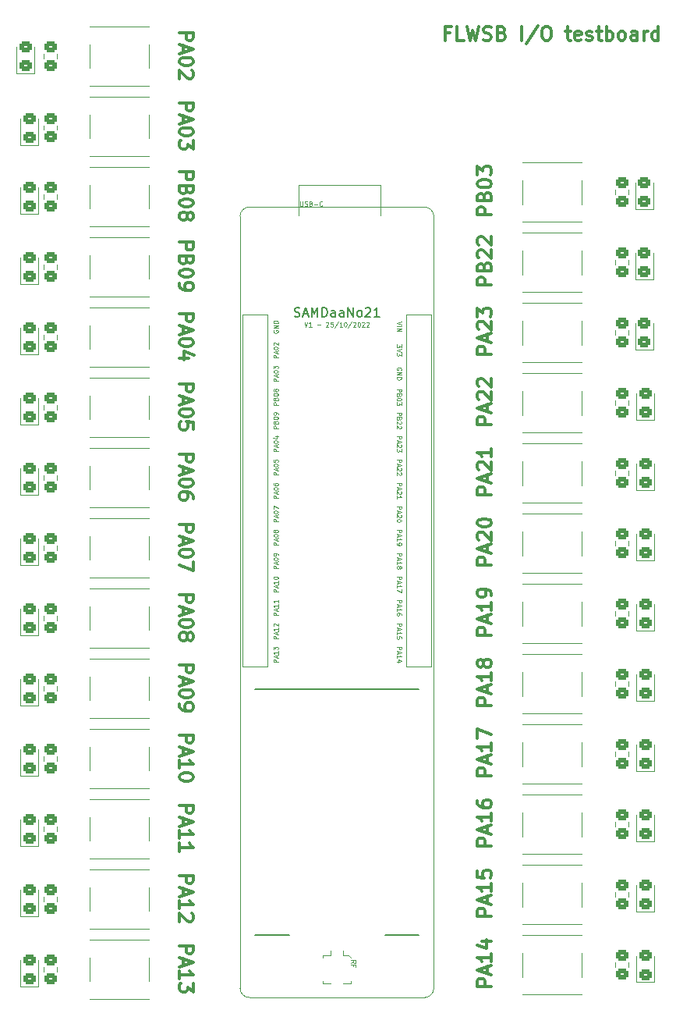
<source format=gto>
G04 #@! TF.GenerationSoftware,KiCad,Pcbnew,(6.0.10)*
G04 #@! TF.CreationDate,2023-04-03T10:33:17+03:00*
G04 #@! TF.ProjectId,testboard,74657374-626f-4617-9264-2e6b69636164,rev?*
G04 #@! TF.SameCoordinates,Original*
G04 #@! TF.FileFunction,Legend,Top*
G04 #@! TF.FilePolarity,Positive*
%FSLAX46Y46*%
G04 Gerber Fmt 4.6, Leading zero omitted, Abs format (unit mm)*
G04 Created by KiCad (PCBNEW (6.0.10)) date 2023-04-03 10:33:17*
%MOMM*%
%LPD*%
G01*
G04 APERTURE LIST*
G04 Aperture macros list*
%AMRoundRect*
0 Rectangle with rounded corners*
0 $1 Rounding radius*
0 $2 $3 $4 $5 $6 $7 $8 $9 X,Y pos of 4 corners*
0 Add a 4 corners polygon primitive as box body*
4,1,4,$2,$3,$4,$5,$6,$7,$8,$9,$2,$3,0*
0 Add four circle primitives for the rounded corners*
1,1,$1+$1,$2,$3*
1,1,$1+$1,$4,$5*
1,1,$1+$1,$6,$7*
1,1,$1+$1,$8,$9*
0 Add four rect primitives between the rounded corners*
20,1,$1+$1,$2,$3,$4,$5,0*
20,1,$1+$1,$4,$5,$6,$7,0*
20,1,$1+$1,$6,$7,$8,$9,0*
20,1,$1+$1,$8,$9,$2,$3,0*%
G04 Aperture macros list end*
%ADD10C,0.300000*%
%ADD11C,0.100000*%
%ADD12C,0.150000*%
%ADD13C,0.120000*%
%ADD14C,0.200000*%
%ADD15RoundRect,0.250000X0.450000X-0.350000X0.450000X0.350000X-0.450000X0.350000X-0.450000X-0.350000X0*%
%ADD16RoundRect,0.250000X0.450000X-0.325000X0.450000X0.325000X-0.450000X0.325000X-0.450000X-0.325000X0*%
%ADD17R,1.550000X1.300000*%
%ADD18RoundRect,0.250000X-0.450000X0.350000X-0.450000X-0.350000X0.450000X-0.350000X0.450000X0.350000X0*%
%ADD19R,1.700000X1.700000*%
%ADD20O,1.700000X1.700000*%
G04 APERTURE END LIST*
D10*
X166093571Y-37992857D02*
X165593571Y-37992857D01*
X165593571Y-38778571D02*
X165593571Y-37278571D01*
X166307857Y-37278571D01*
X167593571Y-38778571D02*
X166879285Y-38778571D01*
X166879285Y-37278571D01*
X167950714Y-37278571D02*
X168307857Y-38778571D01*
X168593571Y-37707142D01*
X168879285Y-38778571D01*
X169236428Y-37278571D01*
X169736428Y-38707142D02*
X169950714Y-38778571D01*
X170307857Y-38778571D01*
X170450714Y-38707142D01*
X170522142Y-38635714D01*
X170593571Y-38492857D01*
X170593571Y-38350000D01*
X170522142Y-38207142D01*
X170450714Y-38135714D01*
X170307857Y-38064285D01*
X170022142Y-37992857D01*
X169879285Y-37921428D01*
X169807857Y-37850000D01*
X169736428Y-37707142D01*
X169736428Y-37564285D01*
X169807857Y-37421428D01*
X169879285Y-37350000D01*
X170022142Y-37278571D01*
X170379285Y-37278571D01*
X170593571Y-37350000D01*
X171736428Y-37992857D02*
X171950714Y-38064285D01*
X172022142Y-38135714D01*
X172093571Y-38278571D01*
X172093571Y-38492857D01*
X172022142Y-38635714D01*
X171950714Y-38707142D01*
X171807857Y-38778571D01*
X171236428Y-38778571D01*
X171236428Y-37278571D01*
X171736428Y-37278571D01*
X171879285Y-37350000D01*
X171950714Y-37421428D01*
X172022142Y-37564285D01*
X172022142Y-37707142D01*
X171950714Y-37850000D01*
X171879285Y-37921428D01*
X171736428Y-37992857D01*
X171236428Y-37992857D01*
X173879285Y-38778571D02*
X173879285Y-37278571D01*
X175665000Y-37207142D02*
X174379285Y-39135714D01*
X176450714Y-37278571D02*
X176736428Y-37278571D01*
X176879285Y-37350000D01*
X177022142Y-37492857D01*
X177093571Y-37778571D01*
X177093571Y-38278571D01*
X177022142Y-38564285D01*
X176879285Y-38707142D01*
X176736428Y-38778571D01*
X176450714Y-38778571D01*
X176307857Y-38707142D01*
X176165000Y-38564285D01*
X176093571Y-38278571D01*
X176093571Y-37778571D01*
X176165000Y-37492857D01*
X176307857Y-37350000D01*
X176450714Y-37278571D01*
X178665000Y-37778571D02*
X179236428Y-37778571D01*
X178879285Y-37278571D02*
X178879285Y-38564285D01*
X178950714Y-38707142D01*
X179093571Y-38778571D01*
X179236428Y-38778571D01*
X180307857Y-38707142D02*
X180165000Y-38778571D01*
X179879285Y-38778571D01*
X179736428Y-38707142D01*
X179665000Y-38564285D01*
X179665000Y-37992857D01*
X179736428Y-37850000D01*
X179879285Y-37778571D01*
X180165000Y-37778571D01*
X180307857Y-37850000D01*
X180379285Y-37992857D01*
X180379285Y-38135714D01*
X179665000Y-38278571D01*
X180950714Y-38707142D02*
X181093571Y-38778571D01*
X181379285Y-38778571D01*
X181522142Y-38707142D01*
X181593571Y-38564285D01*
X181593571Y-38492857D01*
X181522142Y-38350000D01*
X181379285Y-38278571D01*
X181165000Y-38278571D01*
X181022142Y-38207142D01*
X180950714Y-38064285D01*
X180950714Y-37992857D01*
X181022142Y-37850000D01*
X181165000Y-37778571D01*
X181379285Y-37778571D01*
X181522142Y-37850000D01*
X182022142Y-37778571D02*
X182593571Y-37778571D01*
X182236428Y-37278571D02*
X182236428Y-38564285D01*
X182307857Y-38707142D01*
X182450714Y-38778571D01*
X182593571Y-38778571D01*
X183093571Y-38778571D02*
X183093571Y-37278571D01*
X183093571Y-37850000D02*
X183236428Y-37778571D01*
X183522142Y-37778571D01*
X183665000Y-37850000D01*
X183736428Y-37921428D01*
X183807857Y-38064285D01*
X183807857Y-38492857D01*
X183736428Y-38635714D01*
X183665000Y-38707142D01*
X183522142Y-38778571D01*
X183236428Y-38778571D01*
X183093571Y-38707142D01*
X184665000Y-38778571D02*
X184522142Y-38707142D01*
X184450714Y-38635714D01*
X184379285Y-38492857D01*
X184379285Y-38064285D01*
X184450714Y-37921428D01*
X184522142Y-37850000D01*
X184665000Y-37778571D01*
X184879285Y-37778571D01*
X185022142Y-37850000D01*
X185093571Y-37921428D01*
X185165000Y-38064285D01*
X185165000Y-38492857D01*
X185093571Y-38635714D01*
X185022142Y-38707142D01*
X184879285Y-38778571D01*
X184665000Y-38778571D01*
X186450714Y-38778571D02*
X186450714Y-37992857D01*
X186379285Y-37850000D01*
X186236428Y-37778571D01*
X185950714Y-37778571D01*
X185807857Y-37850000D01*
X186450714Y-38707142D02*
X186307857Y-38778571D01*
X185950714Y-38778571D01*
X185807857Y-38707142D01*
X185736428Y-38564285D01*
X185736428Y-38421428D01*
X185807857Y-38278571D01*
X185950714Y-38207142D01*
X186307857Y-38207142D01*
X186450714Y-38135714D01*
X187165000Y-38778571D02*
X187165000Y-37778571D01*
X187165000Y-38064285D02*
X187236428Y-37921428D01*
X187307857Y-37850000D01*
X187450714Y-37778571D01*
X187593571Y-37778571D01*
X188736428Y-38778571D02*
X188736428Y-37278571D01*
X188736428Y-38707142D02*
X188593571Y-38778571D01*
X188307857Y-38778571D01*
X188165000Y-38707142D01*
X188093571Y-38635714D01*
X188022142Y-38492857D01*
X188022142Y-38064285D01*
X188093571Y-37921428D01*
X188165000Y-37850000D01*
X188307857Y-37778571D01*
X188593571Y-37778571D01*
X188736428Y-37850000D01*
X170604571Y-141402285D02*
X169104571Y-141402285D01*
X169104571Y-140830857D01*
X169176000Y-140688000D01*
X169247428Y-140616571D01*
X169390285Y-140545142D01*
X169604571Y-140545142D01*
X169747428Y-140616571D01*
X169818857Y-140688000D01*
X169890285Y-140830857D01*
X169890285Y-141402285D01*
X170176000Y-139973714D02*
X170176000Y-139259428D01*
X170604571Y-140116571D02*
X169104571Y-139616571D01*
X170604571Y-139116571D01*
X170604571Y-137830857D02*
X170604571Y-138688000D01*
X170604571Y-138259428D02*
X169104571Y-138259428D01*
X169318857Y-138402285D01*
X169461714Y-138545142D01*
X169533142Y-138688000D01*
X169604571Y-136545142D02*
X170604571Y-136545142D01*
X169033142Y-136902285D02*
X170104571Y-137259428D01*
X170104571Y-136330857D01*
X170604571Y-133782285D02*
X169104571Y-133782285D01*
X169104571Y-133210857D01*
X169176000Y-133068000D01*
X169247428Y-132996571D01*
X169390285Y-132925142D01*
X169604571Y-132925142D01*
X169747428Y-132996571D01*
X169818857Y-133068000D01*
X169890285Y-133210857D01*
X169890285Y-133782285D01*
X170176000Y-132353714D02*
X170176000Y-131639428D01*
X170604571Y-132496571D02*
X169104571Y-131996571D01*
X170604571Y-131496571D01*
X170604571Y-130210857D02*
X170604571Y-131068000D01*
X170604571Y-130639428D02*
X169104571Y-130639428D01*
X169318857Y-130782285D01*
X169461714Y-130925142D01*
X169533142Y-131068000D01*
X169104571Y-128853714D02*
X169104571Y-129568000D01*
X169818857Y-129639428D01*
X169747428Y-129568000D01*
X169676000Y-129425142D01*
X169676000Y-129068000D01*
X169747428Y-128925142D01*
X169818857Y-128853714D01*
X169961714Y-128782285D01*
X170318857Y-128782285D01*
X170461714Y-128853714D01*
X170533142Y-128925142D01*
X170604571Y-129068000D01*
X170604571Y-129425142D01*
X170533142Y-129568000D01*
X170461714Y-129639428D01*
X170604571Y-126162285D02*
X169104571Y-126162285D01*
X169104571Y-125590857D01*
X169176000Y-125448000D01*
X169247428Y-125376571D01*
X169390285Y-125305142D01*
X169604571Y-125305142D01*
X169747428Y-125376571D01*
X169818857Y-125448000D01*
X169890285Y-125590857D01*
X169890285Y-126162285D01*
X170176000Y-124733714D02*
X170176000Y-124019428D01*
X170604571Y-124876571D02*
X169104571Y-124376571D01*
X170604571Y-123876571D01*
X170604571Y-122590857D02*
X170604571Y-123448000D01*
X170604571Y-123019428D02*
X169104571Y-123019428D01*
X169318857Y-123162285D01*
X169461714Y-123305142D01*
X169533142Y-123448000D01*
X169104571Y-121305142D02*
X169104571Y-121590857D01*
X169176000Y-121733714D01*
X169247428Y-121805142D01*
X169461714Y-121948000D01*
X169747428Y-122019428D01*
X170318857Y-122019428D01*
X170461714Y-121948000D01*
X170533142Y-121876571D01*
X170604571Y-121733714D01*
X170604571Y-121448000D01*
X170533142Y-121305142D01*
X170461714Y-121233714D01*
X170318857Y-121162285D01*
X169961714Y-121162285D01*
X169818857Y-121233714D01*
X169747428Y-121305142D01*
X169676000Y-121448000D01*
X169676000Y-121733714D01*
X169747428Y-121876571D01*
X169818857Y-121948000D01*
X169961714Y-122019428D01*
X170604571Y-118542285D02*
X169104571Y-118542285D01*
X169104571Y-117970857D01*
X169176000Y-117828000D01*
X169247428Y-117756571D01*
X169390285Y-117685142D01*
X169604571Y-117685142D01*
X169747428Y-117756571D01*
X169818857Y-117828000D01*
X169890285Y-117970857D01*
X169890285Y-118542285D01*
X170176000Y-117113714D02*
X170176000Y-116399428D01*
X170604571Y-117256571D02*
X169104571Y-116756571D01*
X170604571Y-116256571D01*
X170604571Y-114970857D02*
X170604571Y-115828000D01*
X170604571Y-115399428D02*
X169104571Y-115399428D01*
X169318857Y-115542285D01*
X169461714Y-115685142D01*
X169533142Y-115828000D01*
X169104571Y-114470857D02*
X169104571Y-113470857D01*
X170604571Y-114113714D01*
X170604571Y-110922285D02*
X169104571Y-110922285D01*
X169104571Y-110350857D01*
X169176000Y-110208000D01*
X169247428Y-110136571D01*
X169390285Y-110065142D01*
X169604571Y-110065142D01*
X169747428Y-110136571D01*
X169818857Y-110208000D01*
X169890285Y-110350857D01*
X169890285Y-110922285D01*
X170176000Y-109493714D02*
X170176000Y-108779428D01*
X170604571Y-109636571D02*
X169104571Y-109136571D01*
X170604571Y-108636571D01*
X170604571Y-107350857D02*
X170604571Y-108208000D01*
X170604571Y-107779428D02*
X169104571Y-107779428D01*
X169318857Y-107922285D01*
X169461714Y-108065142D01*
X169533142Y-108208000D01*
X169747428Y-106493714D02*
X169676000Y-106636571D01*
X169604571Y-106708000D01*
X169461714Y-106779428D01*
X169390285Y-106779428D01*
X169247428Y-106708000D01*
X169176000Y-106636571D01*
X169104571Y-106493714D01*
X169104571Y-106208000D01*
X169176000Y-106065142D01*
X169247428Y-105993714D01*
X169390285Y-105922285D01*
X169461714Y-105922285D01*
X169604571Y-105993714D01*
X169676000Y-106065142D01*
X169747428Y-106208000D01*
X169747428Y-106493714D01*
X169818857Y-106636571D01*
X169890285Y-106708000D01*
X170033142Y-106779428D01*
X170318857Y-106779428D01*
X170461714Y-106708000D01*
X170533142Y-106636571D01*
X170604571Y-106493714D01*
X170604571Y-106208000D01*
X170533142Y-106065142D01*
X170461714Y-105993714D01*
X170318857Y-105922285D01*
X170033142Y-105922285D01*
X169890285Y-105993714D01*
X169818857Y-106065142D01*
X169747428Y-106208000D01*
X170604571Y-103302285D02*
X169104571Y-103302285D01*
X169104571Y-102730857D01*
X169176000Y-102588000D01*
X169247428Y-102516571D01*
X169390285Y-102445142D01*
X169604571Y-102445142D01*
X169747428Y-102516571D01*
X169818857Y-102588000D01*
X169890285Y-102730857D01*
X169890285Y-103302285D01*
X170176000Y-101873714D02*
X170176000Y-101159428D01*
X170604571Y-102016571D02*
X169104571Y-101516571D01*
X170604571Y-101016571D01*
X170604571Y-99730857D02*
X170604571Y-100588000D01*
X170604571Y-100159428D02*
X169104571Y-100159428D01*
X169318857Y-100302285D01*
X169461714Y-100445142D01*
X169533142Y-100588000D01*
X170604571Y-99016571D02*
X170604571Y-98730857D01*
X170533142Y-98588000D01*
X170461714Y-98516571D01*
X170247428Y-98373714D01*
X169961714Y-98302285D01*
X169390285Y-98302285D01*
X169247428Y-98373714D01*
X169176000Y-98445142D01*
X169104571Y-98588000D01*
X169104571Y-98873714D01*
X169176000Y-99016571D01*
X169247428Y-99088000D01*
X169390285Y-99159428D01*
X169747428Y-99159428D01*
X169890285Y-99088000D01*
X169961714Y-99016571D01*
X170033142Y-98873714D01*
X170033142Y-98588000D01*
X169961714Y-98445142D01*
X169890285Y-98373714D01*
X169747428Y-98302285D01*
X170604571Y-95682285D02*
X169104571Y-95682285D01*
X169104571Y-95110857D01*
X169176000Y-94968000D01*
X169247428Y-94896571D01*
X169390285Y-94825142D01*
X169604571Y-94825142D01*
X169747428Y-94896571D01*
X169818857Y-94968000D01*
X169890285Y-95110857D01*
X169890285Y-95682285D01*
X170176000Y-94253714D02*
X170176000Y-93539428D01*
X170604571Y-94396571D02*
X169104571Y-93896571D01*
X170604571Y-93396571D01*
X169247428Y-92968000D02*
X169176000Y-92896571D01*
X169104571Y-92753714D01*
X169104571Y-92396571D01*
X169176000Y-92253714D01*
X169247428Y-92182285D01*
X169390285Y-92110857D01*
X169533142Y-92110857D01*
X169747428Y-92182285D01*
X170604571Y-93039428D01*
X170604571Y-92110857D01*
X169104571Y-91182285D02*
X169104571Y-91039428D01*
X169176000Y-90896571D01*
X169247428Y-90825142D01*
X169390285Y-90753714D01*
X169676000Y-90682285D01*
X170033142Y-90682285D01*
X170318857Y-90753714D01*
X170461714Y-90825142D01*
X170533142Y-90896571D01*
X170604571Y-91039428D01*
X170604571Y-91182285D01*
X170533142Y-91325142D01*
X170461714Y-91396571D01*
X170318857Y-91468000D01*
X170033142Y-91539428D01*
X169676000Y-91539428D01*
X169390285Y-91468000D01*
X169247428Y-91396571D01*
X169176000Y-91325142D01*
X169104571Y-91182285D01*
X170604571Y-88062285D02*
X169104571Y-88062285D01*
X169104571Y-87490857D01*
X169176000Y-87348000D01*
X169247428Y-87276571D01*
X169390285Y-87205142D01*
X169604571Y-87205142D01*
X169747428Y-87276571D01*
X169818857Y-87348000D01*
X169890285Y-87490857D01*
X169890285Y-88062285D01*
X170176000Y-86633714D02*
X170176000Y-85919428D01*
X170604571Y-86776571D02*
X169104571Y-86276571D01*
X170604571Y-85776571D01*
X169247428Y-85348000D02*
X169176000Y-85276571D01*
X169104571Y-85133714D01*
X169104571Y-84776571D01*
X169176000Y-84633714D01*
X169247428Y-84562285D01*
X169390285Y-84490857D01*
X169533142Y-84490857D01*
X169747428Y-84562285D01*
X170604571Y-85419428D01*
X170604571Y-84490857D01*
X170604571Y-83062285D02*
X170604571Y-83919428D01*
X170604571Y-83490857D02*
X169104571Y-83490857D01*
X169318857Y-83633714D01*
X169461714Y-83776571D01*
X169533142Y-83919428D01*
X170604571Y-80442285D02*
X169104571Y-80442285D01*
X169104571Y-79870857D01*
X169176000Y-79728000D01*
X169247428Y-79656571D01*
X169390285Y-79585142D01*
X169604571Y-79585142D01*
X169747428Y-79656571D01*
X169818857Y-79728000D01*
X169890285Y-79870857D01*
X169890285Y-80442285D01*
X170176000Y-79013714D02*
X170176000Y-78299428D01*
X170604571Y-79156571D02*
X169104571Y-78656571D01*
X170604571Y-78156571D01*
X169247428Y-77728000D02*
X169176000Y-77656571D01*
X169104571Y-77513714D01*
X169104571Y-77156571D01*
X169176000Y-77013714D01*
X169247428Y-76942285D01*
X169390285Y-76870857D01*
X169533142Y-76870857D01*
X169747428Y-76942285D01*
X170604571Y-77799428D01*
X170604571Y-76870857D01*
X169247428Y-76299428D02*
X169176000Y-76228000D01*
X169104571Y-76085142D01*
X169104571Y-75728000D01*
X169176000Y-75585142D01*
X169247428Y-75513714D01*
X169390285Y-75442285D01*
X169533142Y-75442285D01*
X169747428Y-75513714D01*
X170604571Y-76370857D01*
X170604571Y-75442285D01*
X170604571Y-72822285D02*
X169104571Y-72822285D01*
X169104571Y-72250857D01*
X169176000Y-72108000D01*
X169247428Y-72036571D01*
X169390285Y-71965142D01*
X169604571Y-71965142D01*
X169747428Y-72036571D01*
X169818857Y-72108000D01*
X169890285Y-72250857D01*
X169890285Y-72822285D01*
X170176000Y-71393714D02*
X170176000Y-70679428D01*
X170604571Y-71536571D02*
X169104571Y-71036571D01*
X170604571Y-70536571D01*
X169247428Y-70108000D02*
X169176000Y-70036571D01*
X169104571Y-69893714D01*
X169104571Y-69536571D01*
X169176000Y-69393714D01*
X169247428Y-69322285D01*
X169390285Y-69250857D01*
X169533142Y-69250857D01*
X169747428Y-69322285D01*
X170604571Y-70179428D01*
X170604571Y-69250857D01*
X169104571Y-68750857D02*
X169104571Y-67822285D01*
X169676000Y-68322285D01*
X169676000Y-68108000D01*
X169747428Y-67965142D01*
X169818857Y-67893714D01*
X169961714Y-67822285D01*
X170318857Y-67822285D01*
X170461714Y-67893714D01*
X170533142Y-67965142D01*
X170604571Y-68108000D01*
X170604571Y-68536571D01*
X170533142Y-68679428D01*
X170461714Y-68750857D01*
X170604571Y-65309428D02*
X169104571Y-65309428D01*
X169104571Y-64738000D01*
X169176000Y-64595142D01*
X169247428Y-64523714D01*
X169390285Y-64452285D01*
X169604571Y-64452285D01*
X169747428Y-64523714D01*
X169818857Y-64595142D01*
X169890285Y-64738000D01*
X169890285Y-65309428D01*
X169818857Y-63309428D02*
X169890285Y-63095142D01*
X169961714Y-63023714D01*
X170104571Y-62952285D01*
X170318857Y-62952285D01*
X170461714Y-63023714D01*
X170533142Y-63095142D01*
X170604571Y-63238000D01*
X170604571Y-63809428D01*
X169104571Y-63809428D01*
X169104571Y-63309428D01*
X169176000Y-63166571D01*
X169247428Y-63095142D01*
X169390285Y-63023714D01*
X169533142Y-63023714D01*
X169676000Y-63095142D01*
X169747428Y-63166571D01*
X169818857Y-63309428D01*
X169818857Y-63809428D01*
X169247428Y-62380857D02*
X169176000Y-62309428D01*
X169104571Y-62166571D01*
X169104571Y-61809428D01*
X169176000Y-61666571D01*
X169247428Y-61595142D01*
X169390285Y-61523714D01*
X169533142Y-61523714D01*
X169747428Y-61595142D01*
X170604571Y-62452285D01*
X170604571Y-61523714D01*
X169247428Y-60952285D02*
X169176000Y-60880857D01*
X169104571Y-60738000D01*
X169104571Y-60380857D01*
X169176000Y-60238000D01*
X169247428Y-60166571D01*
X169390285Y-60095142D01*
X169533142Y-60095142D01*
X169747428Y-60166571D01*
X170604571Y-61023714D01*
X170604571Y-60095142D01*
X170604571Y-57689428D02*
X169104571Y-57689428D01*
X169104571Y-57118000D01*
X169176000Y-56975142D01*
X169247428Y-56903714D01*
X169390285Y-56832285D01*
X169604571Y-56832285D01*
X169747428Y-56903714D01*
X169818857Y-56975142D01*
X169890285Y-57118000D01*
X169890285Y-57689428D01*
X169818857Y-55689428D02*
X169890285Y-55475142D01*
X169961714Y-55403714D01*
X170104571Y-55332285D01*
X170318857Y-55332285D01*
X170461714Y-55403714D01*
X170533142Y-55475142D01*
X170604571Y-55618000D01*
X170604571Y-56189428D01*
X169104571Y-56189428D01*
X169104571Y-55689428D01*
X169176000Y-55546571D01*
X169247428Y-55475142D01*
X169390285Y-55403714D01*
X169533142Y-55403714D01*
X169676000Y-55475142D01*
X169747428Y-55546571D01*
X169818857Y-55689428D01*
X169818857Y-56189428D01*
X169104571Y-54403714D02*
X169104571Y-54260857D01*
X169176000Y-54118000D01*
X169247428Y-54046571D01*
X169390285Y-53975142D01*
X169676000Y-53903714D01*
X170033142Y-53903714D01*
X170318857Y-53975142D01*
X170461714Y-54046571D01*
X170533142Y-54118000D01*
X170604571Y-54260857D01*
X170604571Y-54403714D01*
X170533142Y-54546571D01*
X170461714Y-54618000D01*
X170318857Y-54689428D01*
X170033142Y-54760857D01*
X169676000Y-54760857D01*
X169390285Y-54689428D01*
X169247428Y-54618000D01*
X169176000Y-54546571D01*
X169104571Y-54403714D01*
X169104571Y-53403714D02*
X169104571Y-52475142D01*
X169676000Y-52975142D01*
X169676000Y-52760857D01*
X169747428Y-52618000D01*
X169818857Y-52546571D01*
X169961714Y-52475142D01*
X170318857Y-52475142D01*
X170461714Y-52546571D01*
X170533142Y-52618000D01*
X170604571Y-52760857D01*
X170604571Y-53189428D01*
X170533142Y-53332285D01*
X170461714Y-53403714D01*
X136735428Y-136981714D02*
X138235428Y-136981714D01*
X138235428Y-137553142D01*
X138164000Y-137696000D01*
X138092571Y-137767428D01*
X137949714Y-137838857D01*
X137735428Y-137838857D01*
X137592571Y-137767428D01*
X137521142Y-137696000D01*
X137449714Y-137553142D01*
X137449714Y-136981714D01*
X137164000Y-138410285D02*
X137164000Y-139124571D01*
X136735428Y-138267428D02*
X138235428Y-138767428D01*
X136735428Y-139267428D01*
X136735428Y-140553142D02*
X136735428Y-139696000D01*
X136735428Y-140124571D02*
X138235428Y-140124571D01*
X138021142Y-139981714D01*
X137878285Y-139838857D01*
X137806857Y-139696000D01*
X138235428Y-141053142D02*
X138235428Y-141981714D01*
X137664000Y-141481714D01*
X137664000Y-141696000D01*
X137592571Y-141838857D01*
X137521142Y-141910285D01*
X137378285Y-141981714D01*
X137021142Y-141981714D01*
X136878285Y-141910285D01*
X136806857Y-141838857D01*
X136735428Y-141696000D01*
X136735428Y-141267428D01*
X136806857Y-141124571D01*
X136878285Y-141053142D01*
X136735428Y-129361714D02*
X138235428Y-129361714D01*
X138235428Y-129933142D01*
X138164000Y-130076000D01*
X138092571Y-130147428D01*
X137949714Y-130218857D01*
X137735428Y-130218857D01*
X137592571Y-130147428D01*
X137521142Y-130076000D01*
X137449714Y-129933142D01*
X137449714Y-129361714D01*
X137164000Y-130790285D02*
X137164000Y-131504571D01*
X136735428Y-130647428D02*
X138235428Y-131147428D01*
X136735428Y-131647428D01*
X136735428Y-132933142D02*
X136735428Y-132076000D01*
X136735428Y-132504571D02*
X138235428Y-132504571D01*
X138021142Y-132361714D01*
X137878285Y-132218857D01*
X137806857Y-132076000D01*
X138092571Y-133504571D02*
X138164000Y-133576000D01*
X138235428Y-133718857D01*
X138235428Y-134076000D01*
X138164000Y-134218857D01*
X138092571Y-134290285D01*
X137949714Y-134361714D01*
X137806857Y-134361714D01*
X137592571Y-134290285D01*
X136735428Y-133433142D01*
X136735428Y-134361714D01*
X136735428Y-121741714D02*
X138235428Y-121741714D01*
X138235428Y-122313142D01*
X138164000Y-122456000D01*
X138092571Y-122527428D01*
X137949714Y-122598857D01*
X137735428Y-122598857D01*
X137592571Y-122527428D01*
X137521142Y-122456000D01*
X137449714Y-122313142D01*
X137449714Y-121741714D01*
X137164000Y-123170285D02*
X137164000Y-123884571D01*
X136735428Y-123027428D02*
X138235428Y-123527428D01*
X136735428Y-124027428D01*
X136735428Y-125313142D02*
X136735428Y-124456000D01*
X136735428Y-124884571D02*
X138235428Y-124884571D01*
X138021142Y-124741714D01*
X137878285Y-124598857D01*
X137806857Y-124456000D01*
X136735428Y-126741714D02*
X136735428Y-125884571D01*
X136735428Y-126313142D02*
X138235428Y-126313142D01*
X138021142Y-126170285D01*
X137878285Y-126027428D01*
X137806857Y-125884571D01*
X136735428Y-114121714D02*
X138235428Y-114121714D01*
X138235428Y-114693142D01*
X138164000Y-114836000D01*
X138092571Y-114907428D01*
X137949714Y-114978857D01*
X137735428Y-114978857D01*
X137592571Y-114907428D01*
X137521142Y-114836000D01*
X137449714Y-114693142D01*
X137449714Y-114121714D01*
X137164000Y-115550285D02*
X137164000Y-116264571D01*
X136735428Y-115407428D02*
X138235428Y-115907428D01*
X136735428Y-116407428D01*
X136735428Y-117693142D02*
X136735428Y-116836000D01*
X136735428Y-117264571D02*
X138235428Y-117264571D01*
X138021142Y-117121714D01*
X137878285Y-116978857D01*
X137806857Y-116836000D01*
X138235428Y-118621714D02*
X138235428Y-118764571D01*
X138164000Y-118907428D01*
X138092571Y-118978857D01*
X137949714Y-119050285D01*
X137664000Y-119121714D01*
X137306857Y-119121714D01*
X137021142Y-119050285D01*
X136878285Y-118978857D01*
X136806857Y-118907428D01*
X136735428Y-118764571D01*
X136735428Y-118621714D01*
X136806857Y-118478857D01*
X136878285Y-118407428D01*
X137021142Y-118336000D01*
X137306857Y-118264571D01*
X137664000Y-118264571D01*
X137949714Y-118336000D01*
X138092571Y-118407428D01*
X138164000Y-118478857D01*
X138235428Y-118621714D01*
X136735428Y-106501714D02*
X138235428Y-106501714D01*
X138235428Y-107073142D01*
X138164000Y-107216000D01*
X138092571Y-107287428D01*
X137949714Y-107358857D01*
X137735428Y-107358857D01*
X137592571Y-107287428D01*
X137521142Y-107216000D01*
X137449714Y-107073142D01*
X137449714Y-106501714D01*
X137164000Y-107930285D02*
X137164000Y-108644571D01*
X136735428Y-107787428D02*
X138235428Y-108287428D01*
X136735428Y-108787428D01*
X138235428Y-109573142D02*
X138235428Y-109716000D01*
X138164000Y-109858857D01*
X138092571Y-109930285D01*
X137949714Y-110001714D01*
X137664000Y-110073142D01*
X137306857Y-110073142D01*
X137021142Y-110001714D01*
X136878285Y-109930285D01*
X136806857Y-109858857D01*
X136735428Y-109716000D01*
X136735428Y-109573142D01*
X136806857Y-109430285D01*
X136878285Y-109358857D01*
X137021142Y-109287428D01*
X137306857Y-109216000D01*
X137664000Y-109216000D01*
X137949714Y-109287428D01*
X138092571Y-109358857D01*
X138164000Y-109430285D01*
X138235428Y-109573142D01*
X136735428Y-110787428D02*
X136735428Y-111073142D01*
X136806857Y-111216000D01*
X136878285Y-111287428D01*
X137092571Y-111430285D01*
X137378285Y-111501714D01*
X137949714Y-111501714D01*
X138092571Y-111430285D01*
X138164000Y-111358857D01*
X138235428Y-111216000D01*
X138235428Y-110930285D01*
X138164000Y-110787428D01*
X138092571Y-110716000D01*
X137949714Y-110644571D01*
X137592571Y-110644571D01*
X137449714Y-110716000D01*
X137378285Y-110787428D01*
X137306857Y-110930285D01*
X137306857Y-111216000D01*
X137378285Y-111358857D01*
X137449714Y-111430285D01*
X137592571Y-111501714D01*
X136735428Y-98881714D02*
X138235428Y-98881714D01*
X138235428Y-99453142D01*
X138164000Y-99596000D01*
X138092571Y-99667428D01*
X137949714Y-99738857D01*
X137735428Y-99738857D01*
X137592571Y-99667428D01*
X137521142Y-99596000D01*
X137449714Y-99453142D01*
X137449714Y-98881714D01*
X137164000Y-100310285D02*
X137164000Y-101024571D01*
X136735428Y-100167428D02*
X138235428Y-100667428D01*
X136735428Y-101167428D01*
X138235428Y-101953142D02*
X138235428Y-102096000D01*
X138164000Y-102238857D01*
X138092571Y-102310285D01*
X137949714Y-102381714D01*
X137664000Y-102453142D01*
X137306857Y-102453142D01*
X137021142Y-102381714D01*
X136878285Y-102310285D01*
X136806857Y-102238857D01*
X136735428Y-102096000D01*
X136735428Y-101953142D01*
X136806857Y-101810285D01*
X136878285Y-101738857D01*
X137021142Y-101667428D01*
X137306857Y-101596000D01*
X137664000Y-101596000D01*
X137949714Y-101667428D01*
X138092571Y-101738857D01*
X138164000Y-101810285D01*
X138235428Y-101953142D01*
X137592571Y-103310285D02*
X137664000Y-103167428D01*
X137735428Y-103096000D01*
X137878285Y-103024571D01*
X137949714Y-103024571D01*
X138092571Y-103096000D01*
X138164000Y-103167428D01*
X138235428Y-103310285D01*
X138235428Y-103596000D01*
X138164000Y-103738857D01*
X138092571Y-103810285D01*
X137949714Y-103881714D01*
X137878285Y-103881714D01*
X137735428Y-103810285D01*
X137664000Y-103738857D01*
X137592571Y-103596000D01*
X137592571Y-103310285D01*
X137521142Y-103167428D01*
X137449714Y-103096000D01*
X137306857Y-103024571D01*
X137021142Y-103024571D01*
X136878285Y-103096000D01*
X136806857Y-103167428D01*
X136735428Y-103310285D01*
X136735428Y-103596000D01*
X136806857Y-103738857D01*
X136878285Y-103810285D01*
X137021142Y-103881714D01*
X137306857Y-103881714D01*
X137449714Y-103810285D01*
X137521142Y-103738857D01*
X137592571Y-103596000D01*
X136735428Y-91261714D02*
X138235428Y-91261714D01*
X138235428Y-91833142D01*
X138164000Y-91976000D01*
X138092571Y-92047428D01*
X137949714Y-92118857D01*
X137735428Y-92118857D01*
X137592571Y-92047428D01*
X137521142Y-91976000D01*
X137449714Y-91833142D01*
X137449714Y-91261714D01*
X137164000Y-92690285D02*
X137164000Y-93404571D01*
X136735428Y-92547428D02*
X138235428Y-93047428D01*
X136735428Y-93547428D01*
X138235428Y-94333142D02*
X138235428Y-94476000D01*
X138164000Y-94618857D01*
X138092571Y-94690285D01*
X137949714Y-94761714D01*
X137664000Y-94833142D01*
X137306857Y-94833142D01*
X137021142Y-94761714D01*
X136878285Y-94690285D01*
X136806857Y-94618857D01*
X136735428Y-94476000D01*
X136735428Y-94333142D01*
X136806857Y-94190285D01*
X136878285Y-94118857D01*
X137021142Y-94047428D01*
X137306857Y-93976000D01*
X137664000Y-93976000D01*
X137949714Y-94047428D01*
X138092571Y-94118857D01*
X138164000Y-94190285D01*
X138235428Y-94333142D01*
X138235428Y-95333142D02*
X138235428Y-96333142D01*
X136735428Y-95690285D01*
X136735428Y-83641714D02*
X138235428Y-83641714D01*
X138235428Y-84213142D01*
X138164000Y-84356000D01*
X138092571Y-84427428D01*
X137949714Y-84498857D01*
X137735428Y-84498857D01*
X137592571Y-84427428D01*
X137521142Y-84356000D01*
X137449714Y-84213142D01*
X137449714Y-83641714D01*
X137164000Y-85070285D02*
X137164000Y-85784571D01*
X136735428Y-84927428D02*
X138235428Y-85427428D01*
X136735428Y-85927428D01*
X138235428Y-86713142D02*
X138235428Y-86856000D01*
X138164000Y-86998857D01*
X138092571Y-87070285D01*
X137949714Y-87141714D01*
X137664000Y-87213142D01*
X137306857Y-87213142D01*
X137021142Y-87141714D01*
X136878285Y-87070285D01*
X136806857Y-86998857D01*
X136735428Y-86856000D01*
X136735428Y-86713142D01*
X136806857Y-86570285D01*
X136878285Y-86498857D01*
X137021142Y-86427428D01*
X137306857Y-86356000D01*
X137664000Y-86356000D01*
X137949714Y-86427428D01*
X138092571Y-86498857D01*
X138164000Y-86570285D01*
X138235428Y-86713142D01*
X138235428Y-88498857D02*
X138235428Y-88213142D01*
X138164000Y-88070285D01*
X138092571Y-87998857D01*
X137878285Y-87856000D01*
X137592571Y-87784571D01*
X137021142Y-87784571D01*
X136878285Y-87856000D01*
X136806857Y-87927428D01*
X136735428Y-88070285D01*
X136735428Y-88356000D01*
X136806857Y-88498857D01*
X136878285Y-88570285D01*
X137021142Y-88641714D01*
X137378285Y-88641714D01*
X137521142Y-88570285D01*
X137592571Y-88498857D01*
X137664000Y-88356000D01*
X137664000Y-88070285D01*
X137592571Y-87927428D01*
X137521142Y-87856000D01*
X137378285Y-87784571D01*
X136735428Y-76021714D02*
X138235428Y-76021714D01*
X138235428Y-76593142D01*
X138164000Y-76736000D01*
X138092571Y-76807428D01*
X137949714Y-76878857D01*
X137735428Y-76878857D01*
X137592571Y-76807428D01*
X137521142Y-76736000D01*
X137449714Y-76593142D01*
X137449714Y-76021714D01*
X137164000Y-77450285D02*
X137164000Y-78164571D01*
X136735428Y-77307428D02*
X138235428Y-77807428D01*
X136735428Y-78307428D01*
X138235428Y-79093142D02*
X138235428Y-79236000D01*
X138164000Y-79378857D01*
X138092571Y-79450285D01*
X137949714Y-79521714D01*
X137664000Y-79593142D01*
X137306857Y-79593142D01*
X137021142Y-79521714D01*
X136878285Y-79450285D01*
X136806857Y-79378857D01*
X136735428Y-79236000D01*
X136735428Y-79093142D01*
X136806857Y-78950285D01*
X136878285Y-78878857D01*
X137021142Y-78807428D01*
X137306857Y-78736000D01*
X137664000Y-78736000D01*
X137949714Y-78807428D01*
X138092571Y-78878857D01*
X138164000Y-78950285D01*
X138235428Y-79093142D01*
X138235428Y-80950285D02*
X138235428Y-80236000D01*
X137521142Y-80164571D01*
X137592571Y-80236000D01*
X137664000Y-80378857D01*
X137664000Y-80736000D01*
X137592571Y-80878857D01*
X137521142Y-80950285D01*
X137378285Y-81021714D01*
X137021142Y-81021714D01*
X136878285Y-80950285D01*
X136806857Y-80878857D01*
X136735428Y-80736000D01*
X136735428Y-80378857D01*
X136806857Y-80236000D01*
X136878285Y-80164571D01*
X136735428Y-68401714D02*
X138235428Y-68401714D01*
X138235428Y-68973142D01*
X138164000Y-69116000D01*
X138092571Y-69187428D01*
X137949714Y-69258857D01*
X137735428Y-69258857D01*
X137592571Y-69187428D01*
X137521142Y-69116000D01*
X137449714Y-68973142D01*
X137449714Y-68401714D01*
X137164000Y-69830285D02*
X137164000Y-70544571D01*
X136735428Y-69687428D02*
X138235428Y-70187428D01*
X136735428Y-70687428D01*
X138235428Y-71473142D02*
X138235428Y-71616000D01*
X138164000Y-71758857D01*
X138092571Y-71830285D01*
X137949714Y-71901714D01*
X137664000Y-71973142D01*
X137306857Y-71973142D01*
X137021142Y-71901714D01*
X136878285Y-71830285D01*
X136806857Y-71758857D01*
X136735428Y-71616000D01*
X136735428Y-71473142D01*
X136806857Y-71330285D01*
X136878285Y-71258857D01*
X137021142Y-71187428D01*
X137306857Y-71116000D01*
X137664000Y-71116000D01*
X137949714Y-71187428D01*
X138092571Y-71258857D01*
X138164000Y-71330285D01*
X138235428Y-71473142D01*
X137735428Y-73258857D02*
X136735428Y-73258857D01*
X138306857Y-72901714D02*
X137235428Y-72544571D01*
X137235428Y-73473142D01*
X136735428Y-60674571D02*
X138235428Y-60674571D01*
X138235428Y-61246000D01*
X138164000Y-61388857D01*
X138092571Y-61460285D01*
X137949714Y-61531714D01*
X137735428Y-61531714D01*
X137592571Y-61460285D01*
X137521142Y-61388857D01*
X137449714Y-61246000D01*
X137449714Y-60674571D01*
X137521142Y-62674571D02*
X137449714Y-62888857D01*
X137378285Y-62960285D01*
X137235428Y-63031714D01*
X137021142Y-63031714D01*
X136878285Y-62960285D01*
X136806857Y-62888857D01*
X136735428Y-62746000D01*
X136735428Y-62174571D01*
X138235428Y-62174571D01*
X138235428Y-62674571D01*
X138164000Y-62817428D01*
X138092571Y-62888857D01*
X137949714Y-62960285D01*
X137806857Y-62960285D01*
X137664000Y-62888857D01*
X137592571Y-62817428D01*
X137521142Y-62674571D01*
X137521142Y-62174571D01*
X138235428Y-63960285D02*
X138235428Y-64103142D01*
X138164000Y-64246000D01*
X138092571Y-64317428D01*
X137949714Y-64388857D01*
X137664000Y-64460285D01*
X137306857Y-64460285D01*
X137021142Y-64388857D01*
X136878285Y-64317428D01*
X136806857Y-64246000D01*
X136735428Y-64103142D01*
X136735428Y-63960285D01*
X136806857Y-63817428D01*
X136878285Y-63746000D01*
X137021142Y-63674571D01*
X137306857Y-63603142D01*
X137664000Y-63603142D01*
X137949714Y-63674571D01*
X138092571Y-63746000D01*
X138164000Y-63817428D01*
X138235428Y-63960285D01*
X136735428Y-65174571D02*
X136735428Y-65460285D01*
X136806857Y-65603142D01*
X136878285Y-65674571D01*
X137092571Y-65817428D01*
X137378285Y-65888857D01*
X137949714Y-65888857D01*
X138092571Y-65817428D01*
X138164000Y-65746000D01*
X138235428Y-65603142D01*
X138235428Y-65317428D01*
X138164000Y-65174571D01*
X138092571Y-65103142D01*
X137949714Y-65031714D01*
X137592571Y-65031714D01*
X137449714Y-65103142D01*
X137378285Y-65174571D01*
X137306857Y-65317428D01*
X137306857Y-65603142D01*
X137378285Y-65746000D01*
X137449714Y-65817428D01*
X137592571Y-65888857D01*
X136735428Y-53054571D02*
X138235428Y-53054571D01*
X138235428Y-53626000D01*
X138164000Y-53768857D01*
X138092571Y-53840285D01*
X137949714Y-53911714D01*
X137735428Y-53911714D01*
X137592571Y-53840285D01*
X137521142Y-53768857D01*
X137449714Y-53626000D01*
X137449714Y-53054571D01*
X137521142Y-55054571D02*
X137449714Y-55268857D01*
X137378285Y-55340285D01*
X137235428Y-55411714D01*
X137021142Y-55411714D01*
X136878285Y-55340285D01*
X136806857Y-55268857D01*
X136735428Y-55126000D01*
X136735428Y-54554571D01*
X138235428Y-54554571D01*
X138235428Y-55054571D01*
X138164000Y-55197428D01*
X138092571Y-55268857D01*
X137949714Y-55340285D01*
X137806857Y-55340285D01*
X137664000Y-55268857D01*
X137592571Y-55197428D01*
X137521142Y-55054571D01*
X137521142Y-54554571D01*
X138235428Y-56340285D02*
X138235428Y-56483142D01*
X138164000Y-56626000D01*
X138092571Y-56697428D01*
X137949714Y-56768857D01*
X137664000Y-56840285D01*
X137306857Y-56840285D01*
X137021142Y-56768857D01*
X136878285Y-56697428D01*
X136806857Y-56626000D01*
X136735428Y-56483142D01*
X136735428Y-56340285D01*
X136806857Y-56197428D01*
X136878285Y-56126000D01*
X137021142Y-56054571D01*
X137306857Y-55983142D01*
X137664000Y-55983142D01*
X137949714Y-56054571D01*
X138092571Y-56126000D01*
X138164000Y-56197428D01*
X138235428Y-56340285D01*
X137592571Y-57697428D02*
X137664000Y-57554571D01*
X137735428Y-57483142D01*
X137878285Y-57411714D01*
X137949714Y-57411714D01*
X138092571Y-57483142D01*
X138164000Y-57554571D01*
X138235428Y-57697428D01*
X138235428Y-57983142D01*
X138164000Y-58126000D01*
X138092571Y-58197428D01*
X137949714Y-58268857D01*
X137878285Y-58268857D01*
X137735428Y-58197428D01*
X137664000Y-58126000D01*
X137592571Y-57983142D01*
X137592571Y-57697428D01*
X137521142Y-57554571D01*
X137449714Y-57483142D01*
X137306857Y-57411714D01*
X137021142Y-57411714D01*
X136878285Y-57483142D01*
X136806857Y-57554571D01*
X136735428Y-57697428D01*
X136735428Y-57983142D01*
X136806857Y-58126000D01*
X136878285Y-58197428D01*
X137021142Y-58268857D01*
X137306857Y-58268857D01*
X137449714Y-58197428D01*
X137521142Y-58126000D01*
X137592571Y-57983142D01*
X136735428Y-45541714D02*
X138235428Y-45541714D01*
X138235428Y-46113142D01*
X138164000Y-46256000D01*
X138092571Y-46327428D01*
X137949714Y-46398857D01*
X137735428Y-46398857D01*
X137592571Y-46327428D01*
X137521142Y-46256000D01*
X137449714Y-46113142D01*
X137449714Y-45541714D01*
X137164000Y-46970285D02*
X137164000Y-47684571D01*
X136735428Y-46827428D02*
X138235428Y-47327428D01*
X136735428Y-47827428D01*
X138235428Y-48613142D02*
X138235428Y-48756000D01*
X138164000Y-48898857D01*
X138092571Y-48970285D01*
X137949714Y-49041714D01*
X137664000Y-49113142D01*
X137306857Y-49113142D01*
X137021142Y-49041714D01*
X136878285Y-48970285D01*
X136806857Y-48898857D01*
X136735428Y-48756000D01*
X136735428Y-48613142D01*
X136806857Y-48470285D01*
X136878285Y-48398857D01*
X137021142Y-48327428D01*
X137306857Y-48256000D01*
X137664000Y-48256000D01*
X137949714Y-48327428D01*
X138092571Y-48398857D01*
X138164000Y-48470285D01*
X138235428Y-48613142D01*
X138235428Y-49613142D02*
X138235428Y-50541714D01*
X137664000Y-50041714D01*
X137664000Y-50256000D01*
X137592571Y-50398857D01*
X137521142Y-50470285D01*
X137378285Y-50541714D01*
X137021142Y-50541714D01*
X136878285Y-50470285D01*
X136806857Y-50398857D01*
X136735428Y-50256000D01*
X136735428Y-49827428D01*
X136806857Y-49684571D01*
X136878285Y-49613142D01*
X136735428Y-37921714D02*
X138235428Y-37921714D01*
X138235428Y-38493142D01*
X138164000Y-38636000D01*
X138092571Y-38707428D01*
X137949714Y-38778857D01*
X137735428Y-38778857D01*
X137592571Y-38707428D01*
X137521142Y-38636000D01*
X137449714Y-38493142D01*
X137449714Y-37921714D01*
X137164000Y-39350285D02*
X137164000Y-40064571D01*
X136735428Y-39207428D02*
X138235428Y-39707428D01*
X136735428Y-40207428D01*
X138235428Y-40993142D02*
X138235428Y-41136000D01*
X138164000Y-41278857D01*
X138092571Y-41350285D01*
X137949714Y-41421714D01*
X137664000Y-41493142D01*
X137306857Y-41493142D01*
X137021142Y-41421714D01*
X136878285Y-41350285D01*
X136806857Y-41278857D01*
X136735428Y-41136000D01*
X136735428Y-40993142D01*
X136806857Y-40850285D01*
X136878285Y-40778857D01*
X137021142Y-40707428D01*
X137306857Y-40636000D01*
X137664000Y-40636000D01*
X137949714Y-40707428D01*
X138092571Y-40778857D01*
X138164000Y-40850285D01*
X138235428Y-40993142D01*
X138092571Y-42064571D02*
X138164000Y-42136000D01*
X138235428Y-42278857D01*
X138235428Y-42636000D01*
X138164000Y-42778857D01*
X138092571Y-42850285D01*
X137949714Y-42921714D01*
X137806857Y-42921714D01*
X137592571Y-42850285D01*
X136735428Y-41993142D01*
X136735428Y-42921714D01*
D11*
X147433690Y-80865570D02*
X146933690Y-80865570D01*
X146933690Y-80675094D01*
X146957500Y-80627475D01*
X146981309Y-80603666D01*
X147028928Y-80579856D01*
X147100357Y-80579856D01*
X147147976Y-80603666D01*
X147171785Y-80627475D01*
X147195595Y-80675094D01*
X147195595Y-80865570D01*
X147171785Y-80198904D02*
X147195595Y-80127475D01*
X147219404Y-80103666D01*
X147267023Y-80079856D01*
X147338452Y-80079856D01*
X147386071Y-80103666D01*
X147409880Y-80127475D01*
X147433690Y-80175094D01*
X147433690Y-80365570D01*
X146933690Y-80365570D01*
X146933690Y-80198904D01*
X146957500Y-80151285D01*
X146981309Y-80127475D01*
X147028928Y-80103666D01*
X147076547Y-80103666D01*
X147124166Y-80127475D01*
X147147976Y-80151285D01*
X147171785Y-80198904D01*
X147171785Y-80365570D01*
X146933690Y-79770332D02*
X146933690Y-79722713D01*
X146957500Y-79675094D01*
X146981309Y-79651285D01*
X147028928Y-79627475D01*
X147124166Y-79603666D01*
X147243214Y-79603666D01*
X147338452Y-79627475D01*
X147386071Y-79651285D01*
X147409880Y-79675094D01*
X147433690Y-79722713D01*
X147433690Y-79770332D01*
X147409880Y-79817951D01*
X147386071Y-79841761D01*
X147338452Y-79865570D01*
X147243214Y-79889380D01*
X147124166Y-79889380D01*
X147028928Y-79865570D01*
X146981309Y-79841761D01*
X146957500Y-79817951D01*
X146933690Y-79770332D01*
X147433690Y-79365570D02*
X147433690Y-79270332D01*
X147409880Y-79222713D01*
X147386071Y-79198904D01*
X147314642Y-79151285D01*
X147219404Y-79127475D01*
X147028928Y-79127475D01*
X146981309Y-79151285D01*
X146957500Y-79175094D01*
X146933690Y-79222713D01*
X146933690Y-79317951D01*
X146957500Y-79365570D01*
X146981309Y-79389380D01*
X147028928Y-79413189D01*
X147147976Y-79413189D01*
X147195595Y-79389380D01*
X147219404Y-79365570D01*
X147243214Y-79317951D01*
X147243214Y-79222713D01*
X147219404Y-79175094D01*
X147195595Y-79151285D01*
X147147976Y-79127475D01*
X160316309Y-102046999D02*
X160816309Y-102046999D01*
X160816309Y-102237475D01*
X160792500Y-102285094D01*
X160768690Y-102308904D01*
X160721071Y-102332713D01*
X160649642Y-102332713D01*
X160602023Y-102308904D01*
X160578214Y-102285094D01*
X160554404Y-102237475D01*
X160554404Y-102046999D01*
X160459166Y-102523189D02*
X160459166Y-102761285D01*
X160316309Y-102475570D02*
X160816309Y-102642237D01*
X160316309Y-102808904D01*
X160316309Y-103237475D02*
X160316309Y-102951761D01*
X160316309Y-103094618D02*
X160816309Y-103094618D01*
X160744880Y-103046999D01*
X160697261Y-102999380D01*
X160673452Y-102951761D01*
X160816309Y-103689856D02*
X160816309Y-103451761D01*
X160578214Y-103427951D01*
X160602023Y-103451761D01*
X160625833Y-103499380D01*
X160625833Y-103618428D01*
X160602023Y-103666047D01*
X160578214Y-103689856D01*
X160530595Y-103713666D01*
X160411547Y-103713666D01*
X160363928Y-103689856D01*
X160340119Y-103666047D01*
X160316309Y-103618428D01*
X160316309Y-103499380D01*
X160340119Y-103451761D01*
X160363928Y-103427951D01*
X160316309Y-96966999D02*
X160816309Y-96966999D01*
X160816309Y-97157475D01*
X160792500Y-97205094D01*
X160768690Y-97228904D01*
X160721071Y-97252713D01*
X160649642Y-97252713D01*
X160602023Y-97228904D01*
X160578214Y-97205094D01*
X160554404Y-97157475D01*
X160554404Y-96966999D01*
X160459166Y-97443189D02*
X160459166Y-97681285D01*
X160316309Y-97395570D02*
X160816309Y-97562237D01*
X160316309Y-97728904D01*
X160316309Y-98157475D02*
X160316309Y-97871761D01*
X160316309Y-98014618D02*
X160816309Y-98014618D01*
X160744880Y-97966999D01*
X160697261Y-97919380D01*
X160673452Y-97871761D01*
X160816309Y-98324142D02*
X160816309Y-98657475D01*
X160316309Y-98443189D01*
X147433690Y-101149856D02*
X146933690Y-101149856D01*
X146933690Y-100959380D01*
X146957500Y-100911761D01*
X146981309Y-100887951D01*
X147028928Y-100864142D01*
X147100357Y-100864142D01*
X147147976Y-100887951D01*
X147171785Y-100911761D01*
X147195595Y-100959380D01*
X147195595Y-101149856D01*
X147290833Y-100673666D02*
X147290833Y-100435570D01*
X147433690Y-100721285D02*
X146933690Y-100554618D01*
X147433690Y-100387951D01*
X147433690Y-99959380D02*
X147433690Y-100245094D01*
X147433690Y-100102237D02*
X146933690Y-100102237D01*
X147005119Y-100149856D01*
X147052738Y-100197475D01*
X147076547Y-100245094D01*
X147433690Y-99483189D02*
X147433690Y-99768904D01*
X147433690Y-99626047D02*
X146933690Y-99626047D01*
X147005119Y-99673666D01*
X147052738Y-99721285D01*
X147076547Y-99768904D01*
X150310797Y-69336725D02*
X150477464Y-69836725D01*
X150644130Y-69336725D01*
X151072702Y-69836725D02*
X150786987Y-69836725D01*
X150929845Y-69836725D02*
X150929845Y-69336725D01*
X150882226Y-69408154D01*
X150834607Y-69455773D01*
X150786987Y-69479582D01*
X151667940Y-69646249D02*
X152048892Y-69646249D01*
X152644130Y-69384344D02*
X152667940Y-69360535D01*
X152715559Y-69336725D01*
X152834607Y-69336725D01*
X152882226Y-69360535D01*
X152906035Y-69384344D01*
X152929845Y-69431963D01*
X152929845Y-69479582D01*
X152906035Y-69551011D01*
X152620321Y-69836725D01*
X152929845Y-69836725D01*
X153382226Y-69336725D02*
X153144130Y-69336725D01*
X153120321Y-69574820D01*
X153144130Y-69551011D01*
X153191749Y-69527201D01*
X153310797Y-69527201D01*
X153358416Y-69551011D01*
X153382226Y-69574820D01*
X153406035Y-69622439D01*
X153406035Y-69741487D01*
X153382226Y-69789106D01*
X153358416Y-69812915D01*
X153310797Y-69836725D01*
X153191749Y-69836725D01*
X153144130Y-69812915D01*
X153120321Y-69789106D01*
X153977464Y-69312915D02*
X153548892Y-69955773D01*
X154406035Y-69836725D02*
X154120321Y-69836725D01*
X154263178Y-69836725D02*
X154263178Y-69336725D01*
X154215559Y-69408154D01*
X154167940Y-69455773D01*
X154120321Y-69479582D01*
X154715559Y-69336725D02*
X154763178Y-69336725D01*
X154810797Y-69360535D01*
X154834607Y-69384344D01*
X154858416Y-69431963D01*
X154882226Y-69527201D01*
X154882226Y-69646249D01*
X154858416Y-69741487D01*
X154834607Y-69789106D01*
X154810797Y-69812915D01*
X154763178Y-69836725D01*
X154715559Y-69836725D01*
X154667940Y-69812915D01*
X154644130Y-69789106D01*
X154620321Y-69741487D01*
X154596511Y-69646249D01*
X154596511Y-69527201D01*
X154620321Y-69431963D01*
X154644130Y-69384344D01*
X154667940Y-69360535D01*
X154715559Y-69336725D01*
X155453654Y-69312915D02*
X155025083Y-69955773D01*
X155596511Y-69384344D02*
X155620321Y-69360535D01*
X155667940Y-69336725D01*
X155786987Y-69336725D01*
X155834607Y-69360535D01*
X155858416Y-69384344D01*
X155882226Y-69431963D01*
X155882226Y-69479582D01*
X155858416Y-69551011D01*
X155572702Y-69836725D01*
X155882226Y-69836725D01*
X156191749Y-69336725D02*
X156239368Y-69336725D01*
X156286987Y-69360535D01*
X156310797Y-69384344D01*
X156334607Y-69431963D01*
X156358416Y-69527201D01*
X156358416Y-69646249D01*
X156334607Y-69741487D01*
X156310797Y-69789106D01*
X156286987Y-69812915D01*
X156239368Y-69836725D01*
X156191749Y-69836725D01*
X156144130Y-69812915D01*
X156120321Y-69789106D01*
X156096511Y-69741487D01*
X156072702Y-69646249D01*
X156072702Y-69527201D01*
X156096511Y-69431963D01*
X156120321Y-69384344D01*
X156144130Y-69360535D01*
X156191749Y-69336725D01*
X156548892Y-69384344D02*
X156572702Y-69360535D01*
X156620321Y-69336725D01*
X156739368Y-69336725D01*
X156786987Y-69360535D01*
X156810797Y-69384344D01*
X156834607Y-69431963D01*
X156834607Y-69479582D01*
X156810797Y-69551011D01*
X156525083Y-69836725D01*
X156834607Y-69836725D01*
X157025083Y-69384344D02*
X157048892Y-69360535D01*
X157096511Y-69336725D01*
X157215559Y-69336725D01*
X157263178Y-69360535D01*
X157286987Y-69384344D01*
X157310797Y-69431963D01*
X157310797Y-69479582D01*
X157286987Y-69551011D01*
X157001273Y-69836725D01*
X157310797Y-69836725D01*
X160316309Y-76611285D02*
X160816309Y-76611285D01*
X160816309Y-76801761D01*
X160792500Y-76849380D01*
X160768690Y-76873189D01*
X160721071Y-76896999D01*
X160649642Y-76896999D01*
X160602023Y-76873189D01*
X160578214Y-76849380D01*
X160554404Y-76801761D01*
X160554404Y-76611285D01*
X160578214Y-77277951D02*
X160554404Y-77349380D01*
X160530595Y-77373189D01*
X160482976Y-77396999D01*
X160411547Y-77396999D01*
X160363928Y-77373189D01*
X160340119Y-77349380D01*
X160316309Y-77301761D01*
X160316309Y-77111285D01*
X160816309Y-77111285D01*
X160816309Y-77277951D01*
X160792500Y-77325570D01*
X160768690Y-77349380D01*
X160721071Y-77373189D01*
X160673452Y-77373189D01*
X160625833Y-77349380D01*
X160602023Y-77325570D01*
X160578214Y-77277951D01*
X160578214Y-77111285D01*
X160816309Y-77706523D02*
X160816309Y-77754142D01*
X160792500Y-77801761D01*
X160768690Y-77825570D01*
X160721071Y-77849380D01*
X160625833Y-77873189D01*
X160506785Y-77873189D01*
X160411547Y-77849380D01*
X160363928Y-77825570D01*
X160340119Y-77801761D01*
X160316309Y-77754142D01*
X160316309Y-77706523D01*
X160340119Y-77658904D01*
X160363928Y-77635094D01*
X160411547Y-77611285D01*
X160506785Y-77587475D01*
X160625833Y-77587475D01*
X160721071Y-77611285D01*
X160768690Y-77635094D01*
X160792500Y-77658904D01*
X160816309Y-77706523D01*
X160816309Y-78039856D02*
X160816309Y-78349380D01*
X160625833Y-78182713D01*
X160625833Y-78254142D01*
X160602023Y-78301761D01*
X160578214Y-78325570D01*
X160530595Y-78349380D01*
X160411547Y-78349380D01*
X160363928Y-78325570D01*
X160340119Y-78301761D01*
X160316309Y-78254142D01*
X160316309Y-78111285D01*
X160340119Y-78063666D01*
X160363928Y-78039856D01*
X160316309Y-94426999D02*
X160816309Y-94426999D01*
X160816309Y-94617475D01*
X160792500Y-94665094D01*
X160768690Y-94688904D01*
X160721071Y-94712713D01*
X160649642Y-94712713D01*
X160602023Y-94688904D01*
X160578214Y-94665094D01*
X160554404Y-94617475D01*
X160554404Y-94426999D01*
X160459166Y-94903189D02*
X160459166Y-95141285D01*
X160316309Y-94855570D02*
X160816309Y-95022237D01*
X160316309Y-95188904D01*
X160316309Y-95617475D02*
X160316309Y-95331761D01*
X160316309Y-95474618D02*
X160816309Y-95474618D01*
X160744880Y-95426999D01*
X160697261Y-95379380D01*
X160673452Y-95331761D01*
X160602023Y-95903189D02*
X160625833Y-95855570D01*
X160649642Y-95831761D01*
X160697261Y-95807951D01*
X160721071Y-95807951D01*
X160768690Y-95831761D01*
X160792500Y-95855570D01*
X160816309Y-95903189D01*
X160816309Y-95998428D01*
X160792500Y-96046047D01*
X160768690Y-96069856D01*
X160721071Y-96093666D01*
X160697261Y-96093666D01*
X160649642Y-96069856D01*
X160625833Y-96046047D01*
X160602023Y-95998428D01*
X160602023Y-95903189D01*
X160578214Y-95855570D01*
X160554404Y-95831761D01*
X160506785Y-95807951D01*
X160411547Y-95807951D01*
X160363928Y-95831761D01*
X160340119Y-95855570D01*
X160316309Y-95903189D01*
X160316309Y-95998428D01*
X160340119Y-96046047D01*
X160363928Y-96069856D01*
X160411547Y-96093666D01*
X160506785Y-96093666D01*
X160554404Y-96069856D01*
X160578214Y-96046047D01*
X160602023Y-95998428D01*
X160316309Y-89346999D02*
X160816309Y-89346999D01*
X160816309Y-89537475D01*
X160792500Y-89585094D01*
X160768690Y-89608904D01*
X160721071Y-89632713D01*
X160649642Y-89632713D01*
X160602023Y-89608904D01*
X160578214Y-89585094D01*
X160554404Y-89537475D01*
X160554404Y-89346999D01*
X160459166Y-89823189D02*
X160459166Y-90061285D01*
X160316309Y-89775570D02*
X160816309Y-89942237D01*
X160316309Y-90108904D01*
X160768690Y-90251761D02*
X160792500Y-90275570D01*
X160816309Y-90323189D01*
X160816309Y-90442237D01*
X160792500Y-90489856D01*
X160768690Y-90513666D01*
X160721071Y-90537475D01*
X160673452Y-90537475D01*
X160602023Y-90513666D01*
X160316309Y-90227951D01*
X160316309Y-90537475D01*
X160816309Y-90846999D02*
X160816309Y-90894618D01*
X160792500Y-90942237D01*
X160768690Y-90966047D01*
X160721071Y-90989856D01*
X160625833Y-91013666D01*
X160506785Y-91013666D01*
X160411547Y-90989856D01*
X160363928Y-90966047D01*
X160340119Y-90942237D01*
X160316309Y-90894618D01*
X160316309Y-90846999D01*
X160340119Y-90799380D01*
X160363928Y-90775570D01*
X160411547Y-90751761D01*
X160506785Y-90727951D01*
X160625833Y-90727951D01*
X160721071Y-90751761D01*
X160768690Y-90775570D01*
X160792500Y-90799380D01*
X160816309Y-90846999D01*
X147433690Y-106229856D02*
X146933690Y-106229856D01*
X146933690Y-106039380D01*
X146957500Y-105991761D01*
X146981309Y-105967951D01*
X147028928Y-105944142D01*
X147100357Y-105944142D01*
X147147976Y-105967951D01*
X147171785Y-105991761D01*
X147195595Y-106039380D01*
X147195595Y-106229856D01*
X147290833Y-105753666D02*
X147290833Y-105515570D01*
X147433690Y-105801285D02*
X146933690Y-105634618D01*
X147433690Y-105467951D01*
X147433690Y-105039380D02*
X147433690Y-105325094D01*
X147433690Y-105182237D02*
X146933690Y-105182237D01*
X147005119Y-105229856D01*
X147052738Y-105277475D01*
X147076547Y-105325094D01*
X146933690Y-104872713D02*
X146933690Y-104563189D01*
X147124166Y-104729856D01*
X147124166Y-104658428D01*
X147147976Y-104610808D01*
X147171785Y-104586999D01*
X147219404Y-104563189D01*
X147338452Y-104563189D01*
X147386071Y-104586999D01*
X147409880Y-104610808D01*
X147433690Y-104658428D01*
X147433690Y-104801285D01*
X147409880Y-104848904D01*
X147386071Y-104872713D01*
X147433690Y-96069856D02*
X146933690Y-96069856D01*
X146933690Y-95879380D01*
X146957500Y-95831761D01*
X146981309Y-95807951D01*
X147028928Y-95784142D01*
X147100357Y-95784142D01*
X147147976Y-95807951D01*
X147171785Y-95831761D01*
X147195595Y-95879380D01*
X147195595Y-96069856D01*
X147290833Y-95593666D02*
X147290833Y-95355570D01*
X147433690Y-95641285D02*
X146933690Y-95474618D01*
X147433690Y-95307951D01*
X146933690Y-95046047D02*
X146933690Y-94998428D01*
X146957500Y-94950808D01*
X146981309Y-94926999D01*
X147028928Y-94903189D01*
X147124166Y-94879380D01*
X147243214Y-94879380D01*
X147338452Y-94903189D01*
X147386071Y-94926999D01*
X147409880Y-94950808D01*
X147433690Y-94998428D01*
X147433690Y-95046047D01*
X147409880Y-95093666D01*
X147386071Y-95117475D01*
X147338452Y-95141285D01*
X147243214Y-95165094D01*
X147124166Y-95165094D01*
X147028928Y-95141285D01*
X146981309Y-95117475D01*
X146957500Y-95093666D01*
X146933690Y-95046047D01*
X147433690Y-94641285D02*
X147433690Y-94546047D01*
X147409880Y-94498428D01*
X147386071Y-94474618D01*
X147314642Y-94426999D01*
X147219404Y-94403189D01*
X147028928Y-94403189D01*
X146981309Y-94426999D01*
X146957500Y-94450808D01*
X146933690Y-94498428D01*
X146933690Y-94593666D01*
X146957500Y-94641285D01*
X146981309Y-94665094D01*
X147028928Y-94688904D01*
X147147976Y-94688904D01*
X147195595Y-94665094D01*
X147219404Y-94641285D01*
X147243214Y-94593666D01*
X147243214Y-94498428D01*
X147219404Y-94450808D01*
X147195595Y-94426999D01*
X147147976Y-94403189D01*
X147433690Y-88449856D02*
X146933690Y-88449856D01*
X146933690Y-88259380D01*
X146957500Y-88211761D01*
X146981309Y-88187951D01*
X147028928Y-88164142D01*
X147100357Y-88164142D01*
X147147976Y-88187951D01*
X147171785Y-88211761D01*
X147195595Y-88259380D01*
X147195595Y-88449856D01*
X147290833Y-87973666D02*
X147290833Y-87735570D01*
X147433690Y-88021285D02*
X146933690Y-87854618D01*
X147433690Y-87687951D01*
X146933690Y-87426047D02*
X146933690Y-87378428D01*
X146957500Y-87330808D01*
X146981309Y-87306999D01*
X147028928Y-87283189D01*
X147124166Y-87259380D01*
X147243214Y-87259380D01*
X147338452Y-87283189D01*
X147386071Y-87306999D01*
X147409880Y-87330808D01*
X147433690Y-87378428D01*
X147433690Y-87426047D01*
X147409880Y-87473666D01*
X147386071Y-87497475D01*
X147338452Y-87521285D01*
X147243214Y-87545094D01*
X147124166Y-87545094D01*
X147028928Y-87521285D01*
X146981309Y-87497475D01*
X146957500Y-87473666D01*
X146933690Y-87426047D01*
X146933690Y-86830808D02*
X146933690Y-86926047D01*
X146957500Y-86973666D01*
X146981309Y-86997475D01*
X147052738Y-87045094D01*
X147147976Y-87068904D01*
X147338452Y-87068904D01*
X147386071Y-87045094D01*
X147409880Y-87021285D01*
X147433690Y-86973666D01*
X147433690Y-86878428D01*
X147409880Y-86830808D01*
X147386071Y-86806999D01*
X147338452Y-86783189D01*
X147219404Y-86783189D01*
X147171785Y-86806999D01*
X147147976Y-86830808D01*
X147124166Y-86878428D01*
X147124166Y-86973666D01*
X147147976Y-87021285D01*
X147171785Y-87045094D01*
X147219404Y-87068904D01*
X147433690Y-83369856D02*
X146933690Y-83369856D01*
X146933690Y-83179380D01*
X146957500Y-83131761D01*
X146981309Y-83107951D01*
X147028928Y-83084142D01*
X147100357Y-83084142D01*
X147147976Y-83107951D01*
X147171785Y-83131761D01*
X147195595Y-83179380D01*
X147195595Y-83369856D01*
X147290833Y-82893666D02*
X147290833Y-82655570D01*
X147433690Y-82941285D02*
X146933690Y-82774618D01*
X147433690Y-82607951D01*
X146933690Y-82346047D02*
X146933690Y-82298428D01*
X146957500Y-82250808D01*
X146981309Y-82226999D01*
X147028928Y-82203189D01*
X147124166Y-82179380D01*
X147243214Y-82179380D01*
X147338452Y-82203189D01*
X147386071Y-82226999D01*
X147409880Y-82250808D01*
X147433690Y-82298428D01*
X147433690Y-82346047D01*
X147409880Y-82393666D01*
X147386071Y-82417475D01*
X147338452Y-82441285D01*
X147243214Y-82465094D01*
X147124166Y-82465094D01*
X147028928Y-82441285D01*
X146981309Y-82417475D01*
X146957500Y-82393666D01*
X146933690Y-82346047D01*
X147100357Y-81750808D02*
X147433690Y-81750808D01*
X146909880Y-81869856D02*
X147267023Y-81988904D01*
X147267023Y-81679380D01*
X160792500Y-74547475D02*
X160816309Y-74499856D01*
X160816309Y-74428428D01*
X160792500Y-74356999D01*
X160744880Y-74309380D01*
X160697261Y-74285570D01*
X160602023Y-74261761D01*
X160530595Y-74261761D01*
X160435357Y-74285570D01*
X160387738Y-74309380D01*
X160340119Y-74356999D01*
X160316309Y-74428428D01*
X160316309Y-74476047D01*
X160340119Y-74547475D01*
X160363928Y-74571285D01*
X160530595Y-74571285D01*
X160530595Y-74476047D01*
X160316309Y-74785570D02*
X160816309Y-74785570D01*
X160316309Y-75071285D01*
X160816309Y-75071285D01*
X160316309Y-75309380D02*
X160816309Y-75309380D01*
X160816309Y-75428428D01*
X160792500Y-75499856D01*
X160744880Y-75547475D01*
X160697261Y-75571285D01*
X160602023Y-75595094D01*
X160530595Y-75595094D01*
X160435357Y-75571285D01*
X160387738Y-75547475D01*
X160340119Y-75499856D01*
X160316309Y-75428428D01*
X160316309Y-75309380D01*
X160316309Y-91886999D02*
X160816309Y-91886999D01*
X160816309Y-92077475D01*
X160792500Y-92125094D01*
X160768690Y-92148904D01*
X160721071Y-92172713D01*
X160649642Y-92172713D01*
X160602023Y-92148904D01*
X160578214Y-92125094D01*
X160554404Y-92077475D01*
X160554404Y-91886999D01*
X160459166Y-92363189D02*
X160459166Y-92601285D01*
X160316309Y-92315570D02*
X160816309Y-92482237D01*
X160316309Y-92648904D01*
X160316309Y-93077475D02*
X160316309Y-92791761D01*
X160316309Y-92934618D02*
X160816309Y-92934618D01*
X160744880Y-92886999D01*
X160697261Y-92839380D01*
X160673452Y-92791761D01*
X160316309Y-93315570D02*
X160316309Y-93410808D01*
X160340119Y-93458428D01*
X160363928Y-93482237D01*
X160435357Y-93529856D01*
X160530595Y-93553666D01*
X160721071Y-93553666D01*
X160768690Y-93529856D01*
X160792500Y-93506047D01*
X160816309Y-93458428D01*
X160816309Y-93363189D01*
X160792500Y-93315570D01*
X160768690Y-93291761D01*
X160721071Y-93267951D01*
X160602023Y-93267951D01*
X160554404Y-93291761D01*
X160530595Y-93315570D01*
X160506785Y-93363189D01*
X160506785Y-93458428D01*
X160530595Y-93506047D01*
X160554404Y-93529856D01*
X160602023Y-93553666D01*
X147433690Y-103689856D02*
X146933690Y-103689856D01*
X146933690Y-103499380D01*
X146957500Y-103451761D01*
X146981309Y-103427951D01*
X147028928Y-103404142D01*
X147100357Y-103404142D01*
X147147976Y-103427951D01*
X147171785Y-103451761D01*
X147195595Y-103499380D01*
X147195595Y-103689856D01*
X147290833Y-103213666D02*
X147290833Y-102975570D01*
X147433690Y-103261285D02*
X146933690Y-103094618D01*
X147433690Y-102927951D01*
X147433690Y-102499380D02*
X147433690Y-102785094D01*
X147433690Y-102642237D02*
X146933690Y-102642237D01*
X147005119Y-102689856D01*
X147052738Y-102737475D01*
X147076547Y-102785094D01*
X146981309Y-102308904D02*
X146957500Y-102285094D01*
X146933690Y-102237475D01*
X146933690Y-102118428D01*
X146957500Y-102070808D01*
X146981309Y-102046999D01*
X147028928Y-102023189D01*
X147076547Y-102023189D01*
X147147976Y-102046999D01*
X147433690Y-102332713D01*
X147433690Y-102023189D01*
X160316309Y-81726999D02*
X160816309Y-81726999D01*
X160816309Y-81917475D01*
X160792500Y-81965094D01*
X160768690Y-81988904D01*
X160721071Y-82012713D01*
X160649642Y-82012713D01*
X160602023Y-81988904D01*
X160578214Y-81965094D01*
X160554404Y-81917475D01*
X160554404Y-81726999D01*
X160459166Y-82203189D02*
X160459166Y-82441285D01*
X160316309Y-82155570D02*
X160816309Y-82322237D01*
X160316309Y-82488904D01*
X160768690Y-82631761D02*
X160792500Y-82655570D01*
X160816309Y-82703189D01*
X160816309Y-82822237D01*
X160792500Y-82869856D01*
X160768690Y-82893666D01*
X160721071Y-82917475D01*
X160673452Y-82917475D01*
X160602023Y-82893666D01*
X160316309Y-82607951D01*
X160316309Y-82917475D01*
X160816309Y-83084142D02*
X160816309Y-83393666D01*
X160625833Y-83226999D01*
X160625833Y-83298428D01*
X160602023Y-83346047D01*
X160578214Y-83369856D01*
X160530595Y-83393666D01*
X160411547Y-83393666D01*
X160363928Y-83369856D01*
X160340119Y-83346047D01*
X160316309Y-83298428D01*
X160316309Y-83155570D01*
X160340119Y-83107951D01*
X160363928Y-83084142D01*
X155373546Y-138869890D02*
X155611641Y-138703223D01*
X155373546Y-138584175D02*
X155873546Y-138584175D01*
X155873546Y-138774652D01*
X155849737Y-138822271D01*
X155825927Y-138846080D01*
X155778308Y-138869890D01*
X155706879Y-138869890D01*
X155659260Y-138846080D01*
X155635451Y-138822271D01*
X155611641Y-138774652D01*
X155611641Y-138584175D01*
X155635451Y-139250842D02*
X155635451Y-139084175D01*
X155373546Y-139084175D02*
X155873546Y-139084175D01*
X155873546Y-139322271D01*
X147433690Y-78325570D02*
X146933690Y-78325570D01*
X146933690Y-78135094D01*
X146957500Y-78087475D01*
X146981309Y-78063666D01*
X147028928Y-78039856D01*
X147100357Y-78039856D01*
X147147976Y-78063666D01*
X147171785Y-78087475D01*
X147195595Y-78135094D01*
X147195595Y-78325570D01*
X147171785Y-77658904D02*
X147195595Y-77587475D01*
X147219404Y-77563666D01*
X147267023Y-77539856D01*
X147338452Y-77539856D01*
X147386071Y-77563666D01*
X147409880Y-77587475D01*
X147433690Y-77635094D01*
X147433690Y-77825570D01*
X146933690Y-77825570D01*
X146933690Y-77658904D01*
X146957500Y-77611285D01*
X146981309Y-77587475D01*
X147028928Y-77563666D01*
X147076547Y-77563666D01*
X147124166Y-77587475D01*
X147147976Y-77611285D01*
X147171785Y-77658904D01*
X147171785Y-77825570D01*
X146933690Y-77230332D02*
X146933690Y-77182713D01*
X146957500Y-77135094D01*
X146981309Y-77111285D01*
X147028928Y-77087475D01*
X147124166Y-77063666D01*
X147243214Y-77063666D01*
X147338452Y-77087475D01*
X147386071Y-77111285D01*
X147409880Y-77135094D01*
X147433690Y-77182713D01*
X147433690Y-77230332D01*
X147409880Y-77277951D01*
X147386071Y-77301761D01*
X147338452Y-77325570D01*
X147243214Y-77349380D01*
X147124166Y-77349380D01*
X147028928Y-77325570D01*
X146981309Y-77301761D01*
X146957500Y-77277951D01*
X146933690Y-77230332D01*
X147147976Y-76777951D02*
X147124166Y-76825570D01*
X147100357Y-76849380D01*
X147052738Y-76873189D01*
X147028928Y-76873189D01*
X146981309Y-76849380D01*
X146957500Y-76825570D01*
X146933690Y-76777951D01*
X146933690Y-76682713D01*
X146957500Y-76635094D01*
X146981309Y-76611285D01*
X147028928Y-76587475D01*
X147052738Y-76587475D01*
X147100357Y-76611285D01*
X147124166Y-76635094D01*
X147147976Y-76682713D01*
X147147976Y-76777951D01*
X147171785Y-76825570D01*
X147195595Y-76849380D01*
X147243214Y-76873189D01*
X147338452Y-76873189D01*
X147386071Y-76849380D01*
X147409880Y-76825570D01*
X147433690Y-76777951D01*
X147433690Y-76682713D01*
X147409880Y-76635094D01*
X147386071Y-76611285D01*
X147338452Y-76587475D01*
X147243214Y-76587475D01*
X147195595Y-76611285D01*
X147171785Y-76635094D01*
X147147976Y-76682713D01*
X160316309Y-104586999D02*
X160816309Y-104586999D01*
X160816309Y-104777475D01*
X160792500Y-104825094D01*
X160768690Y-104848904D01*
X160721071Y-104872713D01*
X160649642Y-104872713D01*
X160602023Y-104848904D01*
X160578214Y-104825094D01*
X160554404Y-104777475D01*
X160554404Y-104586999D01*
X160459166Y-105063189D02*
X160459166Y-105301285D01*
X160316309Y-105015570D02*
X160816309Y-105182237D01*
X160316309Y-105348904D01*
X160316309Y-105777475D02*
X160316309Y-105491761D01*
X160316309Y-105634618D02*
X160816309Y-105634618D01*
X160744880Y-105586999D01*
X160697261Y-105539380D01*
X160673452Y-105491761D01*
X160649642Y-106206047D02*
X160316309Y-106206047D01*
X160840119Y-106086999D02*
X160482976Y-105967951D01*
X160482976Y-106277475D01*
X147433690Y-93529856D02*
X146933690Y-93529856D01*
X146933690Y-93339380D01*
X146957500Y-93291761D01*
X146981309Y-93267951D01*
X147028928Y-93244142D01*
X147100357Y-93244142D01*
X147147976Y-93267951D01*
X147171785Y-93291761D01*
X147195595Y-93339380D01*
X147195595Y-93529856D01*
X147290833Y-93053666D02*
X147290833Y-92815570D01*
X147433690Y-93101285D02*
X146933690Y-92934618D01*
X147433690Y-92767951D01*
X146933690Y-92506047D02*
X146933690Y-92458428D01*
X146957500Y-92410808D01*
X146981309Y-92386999D01*
X147028928Y-92363189D01*
X147124166Y-92339380D01*
X147243214Y-92339380D01*
X147338452Y-92363189D01*
X147386071Y-92386999D01*
X147409880Y-92410808D01*
X147433690Y-92458428D01*
X147433690Y-92506047D01*
X147409880Y-92553666D01*
X147386071Y-92577475D01*
X147338452Y-92601285D01*
X147243214Y-92625094D01*
X147124166Y-92625094D01*
X147028928Y-92601285D01*
X146981309Y-92577475D01*
X146957500Y-92553666D01*
X146933690Y-92506047D01*
X147147976Y-92053666D02*
X147124166Y-92101285D01*
X147100357Y-92125094D01*
X147052738Y-92148904D01*
X147028928Y-92148904D01*
X146981309Y-92125094D01*
X146957500Y-92101285D01*
X146933690Y-92053666D01*
X146933690Y-91958428D01*
X146957500Y-91910808D01*
X146981309Y-91886999D01*
X147028928Y-91863189D01*
X147052738Y-91863189D01*
X147100357Y-91886999D01*
X147124166Y-91910808D01*
X147147976Y-91958428D01*
X147147976Y-92053666D01*
X147171785Y-92101285D01*
X147195595Y-92125094D01*
X147243214Y-92148904D01*
X147338452Y-92148904D01*
X147386071Y-92125094D01*
X147409880Y-92101285D01*
X147433690Y-92053666D01*
X147433690Y-91958428D01*
X147409880Y-91910808D01*
X147386071Y-91886999D01*
X147338452Y-91863189D01*
X147243214Y-91863189D01*
X147195595Y-91886999D01*
X147171785Y-91910808D01*
X147147976Y-91958428D01*
X147433690Y-75749856D02*
X146933690Y-75749856D01*
X146933690Y-75559380D01*
X146957500Y-75511761D01*
X146981309Y-75487951D01*
X147028928Y-75464142D01*
X147100357Y-75464142D01*
X147147976Y-75487951D01*
X147171785Y-75511761D01*
X147195595Y-75559380D01*
X147195595Y-75749856D01*
X147290833Y-75273666D02*
X147290833Y-75035570D01*
X147433690Y-75321285D02*
X146933690Y-75154618D01*
X147433690Y-74987951D01*
X146933690Y-74726047D02*
X146933690Y-74678428D01*
X146957500Y-74630808D01*
X146981309Y-74606999D01*
X147028928Y-74583189D01*
X147124166Y-74559380D01*
X147243214Y-74559380D01*
X147338452Y-74583189D01*
X147386071Y-74606999D01*
X147409880Y-74630808D01*
X147433690Y-74678428D01*
X147433690Y-74726047D01*
X147409880Y-74773666D01*
X147386071Y-74797475D01*
X147338452Y-74821285D01*
X147243214Y-74845094D01*
X147124166Y-74845094D01*
X147028928Y-74821285D01*
X146981309Y-74797475D01*
X146957500Y-74773666D01*
X146933690Y-74726047D01*
X146933690Y-74392713D02*
X146933690Y-74083189D01*
X147124166Y-74249856D01*
X147124166Y-74178428D01*
X147147976Y-74130808D01*
X147171785Y-74106999D01*
X147219404Y-74083189D01*
X147338452Y-74083189D01*
X147386071Y-74106999D01*
X147409880Y-74130808D01*
X147433690Y-74178428D01*
X147433690Y-74321285D01*
X147409880Y-74368904D01*
X147386071Y-74392713D01*
X146957500Y-70229380D02*
X146933690Y-70276999D01*
X146933690Y-70348428D01*
X146957500Y-70419856D01*
X147005119Y-70467475D01*
X147052738Y-70491285D01*
X147147976Y-70515094D01*
X147219404Y-70515094D01*
X147314642Y-70491285D01*
X147362261Y-70467475D01*
X147409880Y-70419856D01*
X147433690Y-70348428D01*
X147433690Y-70300808D01*
X147409880Y-70229380D01*
X147386071Y-70205570D01*
X147219404Y-70205570D01*
X147219404Y-70300808D01*
X147433690Y-69991285D02*
X146933690Y-69991285D01*
X147433690Y-69705570D01*
X146933690Y-69705570D01*
X147433690Y-69467475D02*
X146933690Y-69467475D01*
X146933690Y-69348428D01*
X146957500Y-69276999D01*
X147005119Y-69229380D01*
X147052738Y-69205570D01*
X147147976Y-69181761D01*
X147219404Y-69181761D01*
X147314642Y-69205570D01*
X147362261Y-69229380D01*
X147409880Y-69276999D01*
X147433690Y-69348428D01*
X147433690Y-69467475D01*
X160816309Y-69300808D02*
X160316309Y-69467475D01*
X160816309Y-69634142D01*
X160316309Y-69800808D02*
X160816309Y-69800808D01*
X160316309Y-70038904D02*
X160816309Y-70038904D01*
X160316309Y-70324618D01*
X160816309Y-70324618D01*
X160816309Y-71769380D02*
X160816309Y-72078904D01*
X160625833Y-71912237D01*
X160625833Y-71983666D01*
X160602023Y-72031285D01*
X160578214Y-72055094D01*
X160530595Y-72078904D01*
X160411547Y-72078904D01*
X160363928Y-72055094D01*
X160340119Y-72031285D01*
X160316309Y-71983666D01*
X160316309Y-71840808D01*
X160340119Y-71793189D01*
X160363928Y-71769380D01*
X160816309Y-72221761D02*
X160316309Y-72388428D01*
X160816309Y-72555094D01*
X160816309Y-72674142D02*
X160816309Y-72983666D01*
X160625833Y-72816999D01*
X160625833Y-72888428D01*
X160602023Y-72936047D01*
X160578214Y-72959856D01*
X160530595Y-72983666D01*
X160411547Y-72983666D01*
X160363928Y-72959856D01*
X160340119Y-72936047D01*
X160316309Y-72888428D01*
X160316309Y-72745570D01*
X160340119Y-72697951D01*
X160363928Y-72674142D01*
X160316309Y-86806999D02*
X160816309Y-86806999D01*
X160816309Y-86997475D01*
X160792500Y-87045094D01*
X160768690Y-87068904D01*
X160721071Y-87092713D01*
X160649642Y-87092713D01*
X160602023Y-87068904D01*
X160578214Y-87045094D01*
X160554404Y-86997475D01*
X160554404Y-86806999D01*
X160459166Y-87283189D02*
X160459166Y-87521285D01*
X160316309Y-87235570D02*
X160816309Y-87402237D01*
X160316309Y-87568904D01*
X160768690Y-87711761D02*
X160792500Y-87735570D01*
X160816309Y-87783189D01*
X160816309Y-87902237D01*
X160792500Y-87949856D01*
X160768690Y-87973666D01*
X160721071Y-87997475D01*
X160673452Y-87997475D01*
X160602023Y-87973666D01*
X160316309Y-87687951D01*
X160316309Y-87997475D01*
X160316309Y-88473666D02*
X160316309Y-88187951D01*
X160316309Y-88330808D02*
X160816309Y-88330808D01*
X160744880Y-88283189D01*
X160697261Y-88235570D01*
X160673452Y-88187951D01*
X160316309Y-84266999D02*
X160816309Y-84266999D01*
X160816309Y-84457475D01*
X160792500Y-84505094D01*
X160768690Y-84528904D01*
X160721071Y-84552713D01*
X160649642Y-84552713D01*
X160602023Y-84528904D01*
X160578214Y-84505094D01*
X160554404Y-84457475D01*
X160554404Y-84266999D01*
X160459166Y-84743189D02*
X160459166Y-84981285D01*
X160316309Y-84695570D02*
X160816309Y-84862237D01*
X160316309Y-85028904D01*
X160768690Y-85171761D02*
X160792500Y-85195570D01*
X160816309Y-85243189D01*
X160816309Y-85362237D01*
X160792500Y-85409856D01*
X160768690Y-85433666D01*
X160721071Y-85457475D01*
X160673452Y-85457475D01*
X160602023Y-85433666D01*
X160316309Y-85147951D01*
X160316309Y-85457475D01*
X160768690Y-85647951D02*
X160792500Y-85671761D01*
X160816309Y-85719380D01*
X160816309Y-85838428D01*
X160792500Y-85886047D01*
X160768690Y-85909856D01*
X160721071Y-85933666D01*
X160673452Y-85933666D01*
X160602023Y-85909856D01*
X160316309Y-85624142D01*
X160316309Y-85933666D01*
X147433690Y-73209856D02*
X146933690Y-73209856D01*
X146933690Y-73019380D01*
X146957500Y-72971761D01*
X146981309Y-72947951D01*
X147028928Y-72924142D01*
X147100357Y-72924142D01*
X147147976Y-72947951D01*
X147171785Y-72971761D01*
X147195595Y-73019380D01*
X147195595Y-73209856D01*
X147290833Y-72733666D02*
X147290833Y-72495570D01*
X147433690Y-72781285D02*
X146933690Y-72614618D01*
X147433690Y-72447951D01*
X146933690Y-72186047D02*
X146933690Y-72138428D01*
X146957500Y-72090808D01*
X146981309Y-72066999D01*
X147028928Y-72043189D01*
X147124166Y-72019380D01*
X147243214Y-72019380D01*
X147338452Y-72043189D01*
X147386071Y-72066999D01*
X147409880Y-72090808D01*
X147433690Y-72138428D01*
X147433690Y-72186047D01*
X147409880Y-72233666D01*
X147386071Y-72257475D01*
X147338452Y-72281285D01*
X147243214Y-72305094D01*
X147124166Y-72305094D01*
X147028928Y-72281285D01*
X146981309Y-72257475D01*
X146957500Y-72233666D01*
X146933690Y-72186047D01*
X146981309Y-71828904D02*
X146957500Y-71805094D01*
X146933690Y-71757475D01*
X146933690Y-71638428D01*
X146957500Y-71590808D01*
X146981309Y-71566999D01*
X147028928Y-71543189D01*
X147076547Y-71543189D01*
X147147976Y-71566999D01*
X147433690Y-71852713D01*
X147433690Y-71543189D01*
X147433690Y-90989856D02*
X146933690Y-90989856D01*
X146933690Y-90799380D01*
X146957500Y-90751761D01*
X146981309Y-90727951D01*
X147028928Y-90704142D01*
X147100357Y-90704142D01*
X147147976Y-90727951D01*
X147171785Y-90751761D01*
X147195595Y-90799380D01*
X147195595Y-90989856D01*
X147290833Y-90513666D02*
X147290833Y-90275570D01*
X147433690Y-90561285D02*
X146933690Y-90394618D01*
X147433690Y-90227951D01*
X146933690Y-89966047D02*
X146933690Y-89918428D01*
X146957500Y-89870808D01*
X146981309Y-89846999D01*
X147028928Y-89823189D01*
X147124166Y-89799380D01*
X147243214Y-89799380D01*
X147338452Y-89823189D01*
X147386071Y-89846999D01*
X147409880Y-89870808D01*
X147433690Y-89918428D01*
X147433690Y-89966047D01*
X147409880Y-90013666D01*
X147386071Y-90037475D01*
X147338452Y-90061285D01*
X147243214Y-90085094D01*
X147124166Y-90085094D01*
X147028928Y-90061285D01*
X146981309Y-90037475D01*
X146957500Y-90013666D01*
X146933690Y-89966047D01*
X146933690Y-89632713D02*
X146933690Y-89299380D01*
X147433690Y-89513666D01*
X160316309Y-79151285D02*
X160816309Y-79151285D01*
X160816309Y-79341761D01*
X160792500Y-79389380D01*
X160768690Y-79413189D01*
X160721071Y-79436999D01*
X160649642Y-79436999D01*
X160602023Y-79413189D01*
X160578214Y-79389380D01*
X160554404Y-79341761D01*
X160554404Y-79151285D01*
X160578214Y-79817951D02*
X160554404Y-79889380D01*
X160530595Y-79913189D01*
X160482976Y-79936999D01*
X160411547Y-79936999D01*
X160363928Y-79913189D01*
X160340119Y-79889380D01*
X160316309Y-79841761D01*
X160316309Y-79651285D01*
X160816309Y-79651285D01*
X160816309Y-79817951D01*
X160792500Y-79865570D01*
X160768690Y-79889380D01*
X160721071Y-79913189D01*
X160673452Y-79913189D01*
X160625833Y-79889380D01*
X160602023Y-79865570D01*
X160578214Y-79817951D01*
X160578214Y-79651285D01*
X160768690Y-80127475D02*
X160792500Y-80151285D01*
X160816309Y-80198904D01*
X160816309Y-80317951D01*
X160792500Y-80365570D01*
X160768690Y-80389380D01*
X160721071Y-80413189D01*
X160673452Y-80413189D01*
X160602023Y-80389380D01*
X160316309Y-80103666D01*
X160316309Y-80413189D01*
X160768690Y-80603666D02*
X160792500Y-80627475D01*
X160816309Y-80675094D01*
X160816309Y-80794142D01*
X160792500Y-80841761D01*
X160768690Y-80865570D01*
X160721071Y-80889380D01*
X160673452Y-80889380D01*
X160602023Y-80865570D01*
X160316309Y-80579856D01*
X160316309Y-80889380D01*
X147433690Y-85909856D02*
X146933690Y-85909856D01*
X146933690Y-85719380D01*
X146957500Y-85671761D01*
X146981309Y-85647951D01*
X147028928Y-85624142D01*
X147100357Y-85624142D01*
X147147976Y-85647951D01*
X147171785Y-85671761D01*
X147195595Y-85719380D01*
X147195595Y-85909856D01*
X147290833Y-85433666D02*
X147290833Y-85195570D01*
X147433690Y-85481285D02*
X146933690Y-85314618D01*
X147433690Y-85147951D01*
X146933690Y-84886047D02*
X146933690Y-84838428D01*
X146957500Y-84790808D01*
X146981309Y-84766999D01*
X147028928Y-84743189D01*
X147124166Y-84719380D01*
X147243214Y-84719380D01*
X147338452Y-84743189D01*
X147386071Y-84766999D01*
X147409880Y-84790808D01*
X147433690Y-84838428D01*
X147433690Y-84886047D01*
X147409880Y-84933666D01*
X147386071Y-84957475D01*
X147338452Y-84981285D01*
X147243214Y-85005094D01*
X147124166Y-85005094D01*
X147028928Y-84981285D01*
X146981309Y-84957475D01*
X146957500Y-84933666D01*
X146933690Y-84886047D01*
X146933690Y-84266999D02*
X146933690Y-84505094D01*
X147171785Y-84528904D01*
X147147976Y-84505094D01*
X147124166Y-84457475D01*
X147124166Y-84338428D01*
X147147976Y-84290808D01*
X147171785Y-84266999D01*
X147219404Y-84243189D01*
X147338452Y-84243189D01*
X147386071Y-84266999D01*
X147409880Y-84290808D01*
X147433690Y-84338428D01*
X147433690Y-84457475D01*
X147409880Y-84505094D01*
X147386071Y-84528904D01*
X147433690Y-98609856D02*
X146933690Y-98609856D01*
X146933690Y-98419380D01*
X146957500Y-98371761D01*
X146981309Y-98347951D01*
X147028928Y-98324142D01*
X147100357Y-98324142D01*
X147147976Y-98347951D01*
X147171785Y-98371761D01*
X147195595Y-98419380D01*
X147195595Y-98609856D01*
X147290833Y-98133666D02*
X147290833Y-97895570D01*
X147433690Y-98181285D02*
X146933690Y-98014618D01*
X147433690Y-97847951D01*
X147433690Y-97419380D02*
X147433690Y-97705094D01*
X147433690Y-97562237D02*
X146933690Y-97562237D01*
X147005119Y-97609856D01*
X147052738Y-97657475D01*
X147076547Y-97705094D01*
X146933690Y-97109856D02*
X146933690Y-97062237D01*
X146957500Y-97014618D01*
X146981309Y-96990808D01*
X147028928Y-96966999D01*
X147124166Y-96943189D01*
X147243214Y-96943189D01*
X147338452Y-96966999D01*
X147386071Y-96990808D01*
X147409880Y-97014618D01*
X147433690Y-97062237D01*
X147433690Y-97109856D01*
X147409880Y-97157475D01*
X147386071Y-97181285D01*
X147338452Y-97205094D01*
X147243214Y-97228904D01*
X147124166Y-97228904D01*
X147028928Y-97205094D01*
X146981309Y-97181285D01*
X146957500Y-97157475D01*
X146933690Y-97109856D01*
X149827023Y-56239618D02*
X149827023Y-56644380D01*
X149850833Y-56691999D01*
X149874642Y-56715808D01*
X149922261Y-56739618D01*
X150017500Y-56739618D01*
X150065119Y-56715808D01*
X150088928Y-56691999D01*
X150112738Y-56644380D01*
X150112738Y-56239618D01*
X150327023Y-56715808D02*
X150398452Y-56739618D01*
X150517500Y-56739618D01*
X150565119Y-56715808D01*
X150588928Y-56691999D01*
X150612738Y-56644380D01*
X150612738Y-56596761D01*
X150588928Y-56549142D01*
X150565119Y-56525332D01*
X150517500Y-56501523D01*
X150422261Y-56477713D01*
X150374642Y-56453904D01*
X150350833Y-56430094D01*
X150327023Y-56382475D01*
X150327023Y-56334856D01*
X150350833Y-56287237D01*
X150374642Y-56263428D01*
X150422261Y-56239618D01*
X150541309Y-56239618D01*
X150612738Y-56263428D01*
X150993690Y-56477713D02*
X151065119Y-56501523D01*
X151088928Y-56525332D01*
X151112738Y-56572951D01*
X151112738Y-56644380D01*
X151088928Y-56691999D01*
X151065119Y-56715808D01*
X151017500Y-56739618D01*
X150827023Y-56739618D01*
X150827023Y-56239618D01*
X150993690Y-56239618D01*
X151041309Y-56263428D01*
X151065119Y-56287237D01*
X151088928Y-56334856D01*
X151088928Y-56382475D01*
X151065119Y-56430094D01*
X151041309Y-56453904D01*
X150993690Y-56477713D01*
X150827023Y-56477713D01*
X151327023Y-56549142D02*
X151707976Y-56549142D01*
X152231785Y-56691999D02*
X152207976Y-56715808D01*
X152136547Y-56739618D01*
X152088928Y-56739618D01*
X152017500Y-56715808D01*
X151969880Y-56668189D01*
X151946071Y-56620570D01*
X151922261Y-56525332D01*
X151922261Y-56453904D01*
X151946071Y-56358666D01*
X151969880Y-56311047D01*
X152017500Y-56263428D01*
X152088928Y-56239618D01*
X152136547Y-56239618D01*
X152207976Y-56263428D01*
X152231785Y-56287237D01*
D12*
X149215559Y-68711296D02*
X149358416Y-68758915D01*
X149596511Y-68758915D01*
X149691749Y-68711296D01*
X149739368Y-68663677D01*
X149786987Y-68568439D01*
X149786987Y-68473201D01*
X149739368Y-68377963D01*
X149691749Y-68330344D01*
X149596511Y-68282725D01*
X149406035Y-68235106D01*
X149310797Y-68187487D01*
X149263178Y-68139868D01*
X149215559Y-68044630D01*
X149215559Y-67949392D01*
X149263178Y-67854154D01*
X149310797Y-67806535D01*
X149406035Y-67758915D01*
X149644130Y-67758915D01*
X149786987Y-67806535D01*
X150167940Y-68473201D02*
X150644130Y-68473201D01*
X150072702Y-68758915D02*
X150406035Y-67758915D01*
X150739368Y-68758915D01*
X151072702Y-68758915D02*
X151072702Y-67758915D01*
X151406035Y-68473201D01*
X151739368Y-67758915D01*
X151739368Y-68758915D01*
X152215559Y-68758915D02*
X152215559Y-67758915D01*
X152453654Y-67758915D01*
X152596511Y-67806535D01*
X152691749Y-67901773D01*
X152739368Y-67997011D01*
X152786987Y-68187487D01*
X152786987Y-68330344D01*
X152739368Y-68520820D01*
X152691749Y-68616058D01*
X152596511Y-68711296D01*
X152453654Y-68758915D01*
X152215559Y-68758915D01*
X153644130Y-68758915D02*
X153644130Y-68235106D01*
X153596511Y-68139868D01*
X153501273Y-68092249D01*
X153310797Y-68092249D01*
X153215559Y-68139868D01*
X153644130Y-68711296D02*
X153548892Y-68758915D01*
X153310797Y-68758915D01*
X153215559Y-68711296D01*
X153167940Y-68616058D01*
X153167940Y-68520820D01*
X153215559Y-68425582D01*
X153310797Y-68377963D01*
X153548892Y-68377963D01*
X153644130Y-68330344D01*
X154548892Y-68758915D02*
X154548892Y-68235106D01*
X154501273Y-68139868D01*
X154406035Y-68092249D01*
X154215559Y-68092249D01*
X154120321Y-68139868D01*
X154548892Y-68711296D02*
X154453654Y-68758915D01*
X154215559Y-68758915D01*
X154120321Y-68711296D01*
X154072702Y-68616058D01*
X154072702Y-68520820D01*
X154120321Y-68425582D01*
X154215559Y-68377963D01*
X154453654Y-68377963D01*
X154548892Y-68330344D01*
X155025083Y-68758915D02*
X155025083Y-67758915D01*
X155596511Y-68758915D01*
X155596511Y-67758915D01*
X156215559Y-68758915D02*
X156120321Y-68711296D01*
X156072702Y-68663677D01*
X156025083Y-68568439D01*
X156025083Y-68282725D01*
X156072702Y-68187487D01*
X156120321Y-68139868D01*
X156215559Y-68092249D01*
X156358416Y-68092249D01*
X156453654Y-68139868D01*
X156501273Y-68187487D01*
X156548892Y-68282725D01*
X156548892Y-68568439D01*
X156501273Y-68663677D01*
X156453654Y-68711296D01*
X156358416Y-68758915D01*
X156215559Y-68758915D01*
X156929845Y-67854154D02*
X156977464Y-67806535D01*
X157072702Y-67758915D01*
X157310797Y-67758915D01*
X157406035Y-67806535D01*
X157453654Y-67854154D01*
X157501273Y-67949392D01*
X157501273Y-68044630D01*
X157453654Y-68187487D01*
X156882226Y-68758915D01*
X157501273Y-68758915D01*
X158453654Y-68758915D02*
X157882226Y-68758915D01*
X158167940Y-68758915D02*
X158167940Y-67758915D01*
X158072702Y-67901773D01*
X157977464Y-67997011D01*
X157882226Y-68044630D01*
D11*
X160316309Y-99506999D02*
X160816309Y-99506999D01*
X160816309Y-99697475D01*
X160792500Y-99745094D01*
X160768690Y-99768904D01*
X160721071Y-99792713D01*
X160649642Y-99792713D01*
X160602023Y-99768904D01*
X160578214Y-99745094D01*
X160554404Y-99697475D01*
X160554404Y-99506999D01*
X160459166Y-99983189D02*
X160459166Y-100221285D01*
X160316309Y-99935570D02*
X160816309Y-100102237D01*
X160316309Y-100268904D01*
X160316309Y-100697475D02*
X160316309Y-100411761D01*
X160316309Y-100554618D02*
X160816309Y-100554618D01*
X160744880Y-100506999D01*
X160697261Y-100459380D01*
X160673452Y-100411761D01*
X160816309Y-101126047D02*
X160816309Y-101030808D01*
X160792500Y-100983189D01*
X160768690Y-100959380D01*
X160697261Y-100911761D01*
X160602023Y-100887951D01*
X160411547Y-100887951D01*
X160363928Y-100911761D01*
X160340119Y-100935570D01*
X160316309Y-100983189D01*
X160316309Y-101078428D01*
X160340119Y-101126047D01*
X160363928Y-101149856D01*
X160411547Y-101173666D01*
X160530595Y-101173666D01*
X160578214Y-101149856D01*
X160602023Y-101126047D01*
X160625833Y-101078428D01*
X160625833Y-100983189D01*
X160602023Y-100935570D01*
X160578214Y-100911761D01*
X160530595Y-100887951D01*
D13*
X185520000Y-93572064D02*
X185520000Y-93117936D01*
X184050000Y-93572064D02*
X184050000Y-93117936D01*
X184050000Y-108812064D02*
X184050000Y-108357936D01*
X185520000Y-108812064D02*
X185520000Y-108357936D01*
X186365000Y-118065000D02*
X188285000Y-118065000D01*
X188285000Y-118065000D02*
X188285000Y-115205000D01*
X186365000Y-115205000D02*
X186365000Y-118065000D01*
X188175000Y-72345000D02*
X188175000Y-69485000D01*
X186255000Y-69485000D02*
X186255000Y-72345000D01*
X186255000Y-72345000D02*
X188175000Y-72345000D01*
X185520000Y-101192064D02*
X185520000Y-100737936D01*
X184050000Y-101192064D02*
X184050000Y-100737936D01*
X121982000Y-48487064D02*
X121982000Y-48032936D01*
X123452000Y-48487064D02*
X123452000Y-48032936D01*
X185520000Y-124052064D02*
X185520000Y-123597936D01*
X184050000Y-124052064D02*
X184050000Y-123597936D01*
X186365000Y-79965000D02*
X188285000Y-79965000D01*
X188285000Y-79965000D02*
X188285000Y-77105000D01*
X186365000Y-77105000D02*
X186365000Y-79965000D01*
X123452000Y-86437064D02*
X123452000Y-85982936D01*
X121982000Y-86437064D02*
X121982000Y-85982936D01*
X121982000Y-63577064D02*
X121982000Y-63122936D01*
X123452000Y-63577064D02*
X123452000Y-63122936D01*
X133440000Y-112300000D02*
X133440000Y-112270000D01*
X126980000Y-112300000D02*
X126980000Y-112270000D01*
X133440000Y-105840000D02*
X133440000Y-105870000D01*
X126980000Y-112300000D02*
X133440000Y-112300000D01*
X126980000Y-107770000D02*
X126980000Y-110370000D01*
X133440000Y-107770000D02*
X133440000Y-110370000D01*
X126980000Y-105840000D02*
X133440000Y-105840000D01*
X126980000Y-105870000D02*
X126980000Y-105840000D01*
X185520000Y-85952064D02*
X185520000Y-85497936D01*
X184050000Y-85952064D02*
X184050000Y-85497936D01*
X186255000Y-54245000D02*
X186255000Y-57105000D01*
X186255000Y-57105000D02*
X188175000Y-57105000D01*
X188175000Y-57105000D02*
X188175000Y-54245000D01*
X180395000Y-107285000D02*
X180395000Y-109885000D01*
X180395000Y-105355000D02*
X180395000Y-105385000D01*
X173935000Y-111815000D02*
X180395000Y-111815000D01*
X173935000Y-111815000D02*
X173935000Y-111785000D01*
X173935000Y-105355000D02*
X180395000Y-105355000D01*
X173935000Y-105385000D02*
X173935000Y-105355000D01*
X180395000Y-111815000D02*
X180395000Y-111785000D01*
X173935000Y-107285000D02*
X173935000Y-109885000D01*
X121982000Y-93602936D02*
X121982000Y-94057064D01*
X123452000Y-93602936D02*
X123452000Y-94057064D01*
X121982000Y-116917064D02*
X121982000Y-116462936D01*
X123452000Y-116917064D02*
X123452000Y-116462936D01*
X119471000Y-54730000D02*
X119471000Y-57590000D01*
X119471000Y-57590000D02*
X121391000Y-57590000D01*
X121391000Y-57590000D02*
X121391000Y-54730000D01*
X133440000Y-90600000D02*
X133440000Y-90630000D01*
X126980000Y-97060000D02*
X126980000Y-97030000D01*
X126980000Y-90600000D02*
X133440000Y-90600000D01*
X126980000Y-97060000D02*
X133440000Y-97060000D01*
X133440000Y-92530000D02*
X133440000Y-95130000D01*
X126980000Y-90630000D02*
X126980000Y-90600000D01*
X126980000Y-92530000D02*
X126980000Y-95130000D01*
X133440000Y-97060000D02*
X133440000Y-97030000D01*
X173935000Y-73715000D02*
X173935000Y-73685000D01*
X180395000Y-67255000D02*
X180395000Y-67285000D01*
X173935000Y-67285000D02*
X173935000Y-67255000D01*
X180395000Y-69185000D02*
X180395000Y-71785000D01*
X173935000Y-67255000D02*
X180395000Y-67255000D01*
X173935000Y-73715000D02*
X180395000Y-73715000D01*
X173935000Y-69185000D02*
X173935000Y-71785000D01*
X180395000Y-73715000D02*
X180395000Y-73685000D01*
X188285000Y-125685000D02*
X188285000Y-122825000D01*
X186365000Y-122825000D02*
X186365000Y-125685000D01*
X186365000Y-125685000D02*
X188285000Y-125685000D01*
X119471000Y-103310000D02*
X121391000Y-103310000D01*
X119471000Y-100450000D02*
X119471000Y-103310000D01*
X121391000Y-103310000D02*
X121391000Y-100450000D01*
X180395000Y-134645000D02*
X180395000Y-134675000D01*
X173935000Y-134675000D02*
X173935000Y-134645000D01*
X173935000Y-128215000D02*
X173935000Y-128245000D01*
X180395000Y-132745000D02*
X180395000Y-130145000D01*
X180395000Y-128215000D02*
X173935000Y-128215000D01*
X180395000Y-128215000D02*
X180395000Y-128245000D01*
X173935000Y-132745000D02*
X173935000Y-130145000D01*
X180395000Y-134675000D02*
X173935000Y-134675000D01*
X119471000Y-95690000D02*
X121391000Y-95690000D01*
X121391000Y-95690000D02*
X121391000Y-92830000D01*
X119471000Y-92830000D02*
X119471000Y-95690000D01*
X126980000Y-121080000D02*
X133440000Y-121080000D01*
X133440000Y-123010000D02*
X133440000Y-125610000D01*
X133440000Y-127540000D02*
X133440000Y-127510000D01*
X126980000Y-127540000D02*
X126980000Y-127510000D01*
X126980000Y-121110000D02*
X126980000Y-121080000D01*
X126980000Y-127540000D02*
X133440000Y-127540000D01*
X126980000Y-123010000D02*
X126980000Y-125610000D01*
X133440000Y-121080000D02*
X133440000Y-121110000D01*
X185520000Y-139292064D02*
X185520000Y-138837936D01*
X184050000Y-139292064D02*
X184050000Y-138837936D01*
X121391000Y-80450000D02*
X121391000Y-77590000D01*
X119471000Y-80450000D02*
X121391000Y-80450000D01*
X119471000Y-77590000D02*
X119471000Y-80450000D01*
X119055000Y-39490000D02*
X119055000Y-42350000D01*
X119055000Y-42350000D02*
X120975000Y-42350000D01*
X120975000Y-42350000D02*
X120975000Y-39490000D01*
X184050000Y-78332064D02*
X184050000Y-77877936D01*
X185520000Y-78332064D02*
X185520000Y-77877936D01*
X173935000Y-81335000D02*
X180395000Y-81335000D01*
X173935000Y-81335000D02*
X173935000Y-81305000D01*
X180395000Y-74875000D02*
X180395000Y-74905000D01*
X173935000Y-74875000D02*
X180395000Y-74875000D01*
X173935000Y-74905000D02*
X173935000Y-74875000D01*
X180395000Y-81335000D02*
X180395000Y-81305000D01*
X180395000Y-76805000D02*
X180395000Y-79405000D01*
X173935000Y-76805000D02*
X173935000Y-79405000D01*
X173935000Y-127055000D02*
X173935000Y-127025000D01*
X173935000Y-122525000D02*
X173935000Y-125125000D01*
X173935000Y-127055000D02*
X180395000Y-127055000D01*
X180395000Y-127055000D02*
X180395000Y-127025000D01*
X180395000Y-120595000D02*
X180395000Y-120625000D01*
X173935000Y-120625000D02*
X173935000Y-120595000D01*
X173935000Y-120595000D02*
X180395000Y-120595000D01*
X180395000Y-122525000D02*
X180395000Y-125125000D01*
X126980000Y-44880000D02*
X133440000Y-44880000D01*
X126980000Y-46810000D02*
X126980000Y-49410000D01*
X133440000Y-51340000D02*
X133440000Y-51310000D01*
X126980000Y-51340000D02*
X126980000Y-51310000D01*
X133440000Y-44880000D02*
X133440000Y-44910000D01*
X126980000Y-51340000D02*
X133440000Y-51340000D01*
X126980000Y-44910000D02*
X126980000Y-44880000D01*
X133440000Y-46810000D02*
X133440000Y-49410000D01*
X188285000Y-110445000D02*
X188285000Y-107585000D01*
X186365000Y-110445000D02*
X188285000Y-110445000D01*
X186365000Y-107585000D02*
X186365000Y-110445000D01*
X126980000Y-66580000D02*
X133440000Y-66580000D01*
X133440000Y-62050000D02*
X133440000Y-64650000D01*
X133440000Y-66580000D02*
X133440000Y-66550000D01*
X126980000Y-66580000D02*
X126980000Y-66550000D01*
X126980000Y-62050000D02*
X126980000Y-64650000D01*
X126980000Y-60150000D02*
X126980000Y-60120000D01*
X126980000Y-60120000D02*
X133440000Y-60120000D01*
X133440000Y-60120000D02*
X133440000Y-60150000D01*
D11*
X164352500Y-57864622D02*
X164352500Y-141603428D01*
X149638607Y-57783428D02*
X149638607Y-54451453D01*
X149638607Y-54451453D02*
X158588607Y-54451453D01*
D13*
X161379607Y-68500535D02*
X162709607Y-68500535D01*
D14*
X148644607Y-135793535D02*
X144944607Y-135793535D01*
D13*
X155334607Y-141059846D02*
X154534607Y-141059846D01*
X153134607Y-141059846D02*
X152334607Y-141059846D01*
X155334607Y-140859846D02*
X155334607Y-141059846D01*
X143599607Y-68500535D02*
X144929607Y-68500535D01*
D11*
X143313571Y-141603113D02*
X143311300Y-57865625D01*
D13*
X152334607Y-138059846D02*
X153134607Y-138059846D01*
X152334607Y-138259846D02*
X152334607Y-138059846D01*
X152334607Y-141059846D02*
X152334607Y-140859846D01*
X153134607Y-138059846D02*
X153134607Y-137559846D01*
D11*
X144311300Y-56865625D02*
X163352500Y-56864622D01*
X163352500Y-142603428D02*
X144313571Y-142603113D01*
D14*
X162744607Y-135793535D02*
X159044607Y-135793535D01*
D13*
X154534607Y-138059846D02*
X155134607Y-138059846D01*
D14*
X162744607Y-109123535D02*
X144944607Y-109123535D01*
D11*
X158588607Y-54451453D02*
X158588607Y-57783428D01*
D13*
X154534607Y-138059846D02*
X154534607Y-137559846D01*
X155134607Y-138059846D02*
X155334607Y-138259846D01*
X164039607Y-68500535D02*
X161379607Y-68500535D01*
X161379607Y-68500535D02*
X161379607Y-106720535D01*
X161379607Y-106720535D02*
X164039607Y-106720535D01*
X164039607Y-106720535D02*
X164039607Y-68500535D01*
X146259607Y-68500535D02*
X143599607Y-68500535D01*
X143599607Y-68500535D02*
X143599607Y-106720535D01*
X143599607Y-106720535D02*
X146259607Y-106720535D01*
X146259607Y-106720535D02*
X146259607Y-68500535D01*
D11*
X143313515Y-141603113D02*
G75*
G03*
X144313571Y-142603113I1000085J85D01*
G01*
X144311300Y-56865625D02*
G75*
G03*
X143311300Y-57865625I-1J-999999D01*
G01*
X163352500Y-142603428D02*
G75*
G03*
X164352500Y-141603428I0J1000000D01*
G01*
X164352500Y-57864622D02*
G75*
G03*
X163352500Y-56864622I-999999J1D01*
G01*
D13*
X121391000Y-88070000D02*
X121391000Y-85210000D01*
X119471000Y-88070000D02*
X121391000Y-88070000D01*
X119471000Y-85210000D02*
X119471000Y-88070000D01*
X133440000Y-119920000D02*
X133440000Y-119890000D01*
X133440000Y-115390000D02*
X133440000Y-117990000D01*
X126980000Y-119920000D02*
X126980000Y-119890000D01*
X126980000Y-113490000D02*
X126980000Y-113460000D01*
X126980000Y-113460000D02*
X133440000Y-113460000D01*
X133440000Y-113460000D02*
X133440000Y-113490000D01*
X126980000Y-115390000D02*
X126980000Y-117990000D01*
X126980000Y-119920000D02*
X133440000Y-119920000D01*
X123452000Y-101677064D02*
X123452000Y-101222936D01*
X121982000Y-101677064D02*
X121982000Y-101222936D01*
X121391000Y-133790000D02*
X121391000Y-130930000D01*
X119471000Y-133790000D02*
X121391000Y-133790000D01*
X119471000Y-130930000D02*
X119471000Y-133790000D01*
X186365000Y-84700000D02*
X186365000Y-87560000D01*
X188285000Y-87560000D02*
X188285000Y-84700000D01*
X186365000Y-87560000D02*
X188285000Y-87560000D01*
X133440000Y-39190000D02*
X133440000Y-41790000D01*
X126980000Y-39190000D02*
X126980000Y-41790000D01*
X126980000Y-43720000D02*
X133440000Y-43720000D01*
X126980000Y-37290000D02*
X126980000Y-37260000D01*
X126980000Y-43720000D02*
X126980000Y-43690000D01*
X126980000Y-37260000D02*
X133440000Y-37260000D01*
X133440000Y-37260000D02*
X133440000Y-37290000D01*
X133440000Y-43720000D02*
X133440000Y-43690000D01*
X133440000Y-52500000D02*
X133440000Y-52530000D01*
X126980000Y-58960000D02*
X126980000Y-58930000D01*
X133440000Y-58960000D02*
X133440000Y-58930000D01*
X126980000Y-54430000D02*
X126980000Y-57030000D01*
X133440000Y-54430000D02*
X133440000Y-57030000D01*
X126980000Y-58960000D02*
X133440000Y-58960000D01*
X126980000Y-52530000D02*
X126980000Y-52500000D01*
X126980000Y-52500000D02*
X133440000Y-52500000D01*
X188285000Y-102825000D02*
X188285000Y-99965000D01*
X186365000Y-102825000D02*
X188285000Y-102825000D01*
X186365000Y-99965000D02*
X186365000Y-102825000D01*
X126980000Y-104680000D02*
X126980000Y-104650000D01*
X126980000Y-104680000D02*
X133440000Y-104680000D01*
X133440000Y-98220000D02*
X133440000Y-98250000D01*
X126980000Y-100150000D02*
X126980000Y-102750000D01*
X133440000Y-100150000D02*
X133440000Y-102750000D01*
X133440000Y-104680000D02*
X133440000Y-104650000D01*
X126980000Y-98250000D02*
X126980000Y-98220000D01*
X126980000Y-98220000D02*
X133440000Y-98220000D01*
X126980000Y-67740000D02*
X133440000Y-67740000D01*
X126980000Y-69670000D02*
X126980000Y-72270000D01*
X133440000Y-69670000D02*
X133440000Y-72270000D01*
X126980000Y-67770000D02*
X126980000Y-67740000D01*
X133440000Y-67740000D02*
X133440000Y-67770000D01*
X133440000Y-74200000D02*
X133440000Y-74170000D01*
X126980000Y-74200000D02*
X133440000Y-74200000D01*
X126980000Y-74200000D02*
X126980000Y-74170000D01*
X121982000Y-124537064D02*
X121982000Y-124082936D01*
X123452000Y-124537064D02*
X123452000Y-124082936D01*
X123452000Y-55957064D02*
X123452000Y-55502936D01*
X121982000Y-55957064D02*
X121982000Y-55502936D01*
X185520000Y-116432064D02*
X185520000Y-115977936D01*
X184050000Y-116432064D02*
X184050000Y-115977936D01*
X126980000Y-128730000D02*
X126980000Y-128700000D01*
X126980000Y-130630000D02*
X126980000Y-133230000D01*
X133440000Y-128700000D02*
X133440000Y-128730000D01*
X133440000Y-135160000D02*
X133440000Y-135130000D01*
X126980000Y-135160000D02*
X133440000Y-135160000D01*
X126980000Y-128700000D02*
X133440000Y-128700000D01*
X133440000Y-130630000D02*
X133440000Y-133230000D01*
X126980000Y-135160000D02*
X126980000Y-135130000D01*
X119471000Y-65210000D02*
X121391000Y-65210000D01*
X121391000Y-65210000D02*
X121391000Y-62350000D01*
X119471000Y-62350000D02*
X119471000Y-65210000D01*
X123452000Y-132157064D02*
X123452000Y-131702936D01*
X121982000Y-132157064D02*
X121982000Y-131702936D01*
X186365000Y-130420000D02*
X186365000Y-133280000D01*
X186365000Y-133280000D02*
X188285000Y-133280000D01*
X188285000Y-133280000D02*
X188285000Y-130420000D01*
X186365000Y-92345000D02*
X186365000Y-95205000D01*
X188285000Y-95205000D02*
X188285000Y-92345000D01*
X186365000Y-95205000D02*
X188285000Y-95205000D01*
X119471000Y-126170000D02*
X121391000Y-126170000D01*
X119471000Y-123310000D02*
X119471000Y-126170000D01*
X121391000Y-126170000D02*
X121391000Y-123310000D01*
X186365000Y-138090000D02*
X186365000Y-140950000D01*
X188285000Y-140950000D02*
X188285000Y-138090000D01*
X186365000Y-140950000D02*
X188285000Y-140950000D01*
X180395000Y-66095000D02*
X180395000Y-66065000D01*
X173935000Y-66095000D02*
X173935000Y-66065000D01*
X173935000Y-61565000D02*
X173935000Y-64165000D01*
X180395000Y-59635000D02*
X180395000Y-59665000D01*
X173935000Y-59635000D02*
X180395000Y-59635000D01*
X173935000Y-66095000D02*
X180395000Y-66095000D01*
X173935000Y-59665000D02*
X173935000Y-59635000D01*
X180395000Y-61565000D02*
X180395000Y-64165000D01*
X180395000Y-96575000D02*
X180395000Y-96545000D01*
X173935000Y-90115000D02*
X180395000Y-90115000D01*
X180395000Y-90115000D02*
X180395000Y-90145000D01*
X180395000Y-92045000D02*
X180395000Y-94645000D01*
X173935000Y-96575000D02*
X180395000Y-96575000D01*
X173935000Y-92045000D02*
X173935000Y-94645000D01*
X173935000Y-90145000D02*
X173935000Y-90115000D01*
X173935000Y-96575000D02*
X173935000Y-96545000D01*
X123452000Y-109297064D02*
X123452000Y-108842936D01*
X121982000Y-109297064D02*
X121982000Y-108842936D01*
X119471000Y-72830000D02*
X121391000Y-72830000D01*
X119471000Y-69970000D02*
X119471000Y-72830000D01*
X121391000Y-72830000D02*
X121391000Y-69970000D01*
X123452000Y-78817064D02*
X123452000Y-78362936D01*
X121982000Y-78817064D02*
X121982000Y-78362936D01*
X180395000Y-142295000D02*
X180395000Y-142265000D01*
X173935000Y-135865000D02*
X173935000Y-135835000D01*
X173935000Y-137765000D02*
X173935000Y-140365000D01*
X180395000Y-135835000D02*
X180395000Y-135865000D01*
X173935000Y-142295000D02*
X180395000Y-142295000D01*
X180395000Y-137765000D02*
X180395000Y-140365000D01*
X173935000Y-142295000D02*
X173935000Y-142265000D01*
X173935000Y-135835000D02*
X180395000Y-135835000D01*
X185520000Y-55472064D02*
X185520000Y-55017936D01*
X184050000Y-55472064D02*
X184050000Y-55017936D01*
X173935000Y-97765000D02*
X173935000Y-97735000D01*
X173935000Y-104195000D02*
X173935000Y-104165000D01*
X173935000Y-99665000D02*
X173935000Y-102265000D01*
X173935000Y-97735000D02*
X180395000Y-97735000D01*
X180395000Y-97735000D02*
X180395000Y-97765000D01*
X180395000Y-99665000D02*
X180395000Y-102265000D01*
X173935000Y-104195000D02*
X180395000Y-104195000D01*
X180395000Y-104195000D02*
X180395000Y-104165000D01*
X126980000Y-136320000D02*
X133440000Y-136320000D01*
X126980000Y-142780000D02*
X133440000Y-142780000D01*
X126980000Y-138250000D02*
X126980000Y-140850000D01*
X133440000Y-136320000D02*
X133440000Y-136350000D01*
X126980000Y-136350000D02*
X126980000Y-136320000D01*
X133440000Y-138250000D02*
X133440000Y-140850000D01*
X133440000Y-142780000D02*
X133440000Y-142750000D01*
X126980000Y-142780000D02*
X126980000Y-142750000D01*
X119471000Y-141410000D02*
X121391000Y-141410000D01*
X121391000Y-141410000D02*
X121391000Y-138550000D01*
X119471000Y-138550000D02*
X119471000Y-141410000D01*
X121982000Y-40717064D02*
X121982000Y-40262936D01*
X123452000Y-40717064D02*
X123452000Y-40262936D01*
X121391000Y-110930000D02*
X121391000Y-108070000D01*
X119471000Y-108070000D02*
X119471000Y-110930000D01*
X119471000Y-110930000D02*
X121391000Y-110930000D01*
X121391000Y-118550000D02*
X121391000Y-115690000D01*
X119471000Y-115690000D02*
X119471000Y-118550000D01*
X119471000Y-118550000D02*
X121391000Y-118550000D01*
X185520000Y-63092064D02*
X185520000Y-62637936D01*
X184050000Y-63092064D02*
X184050000Y-62637936D01*
X121982000Y-139777064D02*
X121982000Y-139322936D01*
X123452000Y-139777064D02*
X123452000Y-139322936D01*
X133440000Y-89440000D02*
X133440000Y-89410000D01*
X126980000Y-82980000D02*
X133440000Y-82980000D01*
X126980000Y-83010000D02*
X126980000Y-82980000D01*
X133440000Y-84910000D02*
X133440000Y-87510000D01*
X133440000Y-82980000D02*
X133440000Y-83010000D01*
X126980000Y-89440000D02*
X133440000Y-89440000D01*
X126980000Y-89440000D02*
X126980000Y-89410000D01*
X126980000Y-84910000D02*
X126980000Y-87510000D01*
X173935000Y-88955000D02*
X180395000Y-88955000D01*
X180395000Y-82495000D02*
X180395000Y-82525000D01*
X180395000Y-88955000D02*
X180395000Y-88925000D01*
X180395000Y-84425000D02*
X180395000Y-87025000D01*
X173935000Y-84425000D02*
X173935000Y-87025000D01*
X173935000Y-88955000D02*
X173935000Y-88925000D01*
X173935000Y-82495000D02*
X180395000Y-82495000D01*
X173935000Y-82525000D02*
X173935000Y-82495000D01*
X173935000Y-58475000D02*
X173935000Y-58445000D01*
X180395000Y-52015000D02*
X173935000Y-52015000D01*
X173935000Y-52015000D02*
X173935000Y-52045000D01*
X180395000Y-52015000D02*
X180395000Y-52045000D01*
X180395000Y-58475000D02*
X173935000Y-58475000D01*
X180395000Y-56545000D02*
X180395000Y-53945000D01*
X180395000Y-58445000D02*
X180395000Y-58475000D01*
X173935000Y-56545000D02*
X173935000Y-53945000D01*
X184050000Y-70712064D02*
X184050000Y-70257936D01*
X185520000Y-70712064D02*
X185520000Y-70257936D01*
X126980000Y-75360000D02*
X126980000Y-75390000D01*
X133440000Y-75360000D02*
X126980000Y-75360000D01*
X133440000Y-75360000D02*
X133440000Y-75390000D01*
X133440000Y-81820000D02*
X126980000Y-81820000D01*
X126980000Y-79890000D02*
X126980000Y-77290000D01*
X133440000Y-81790000D02*
X133440000Y-81820000D01*
X126980000Y-81820000D02*
X126980000Y-81790000D01*
X133440000Y-79890000D02*
X133440000Y-77290000D01*
X184050000Y-131672064D02*
X184050000Y-131217936D01*
X185520000Y-131672064D02*
X185520000Y-131217936D01*
X173935000Y-112975000D02*
X173935000Y-113005000D01*
X180395000Y-119435000D02*
X173935000Y-119435000D01*
X180395000Y-117505000D02*
X180395000Y-114905000D01*
X180395000Y-112975000D02*
X180395000Y-113005000D01*
X180395000Y-119405000D02*
X180395000Y-119435000D01*
X173935000Y-117505000D02*
X173935000Y-114905000D01*
X173935000Y-119435000D02*
X173935000Y-119405000D01*
X180395000Y-112975000D02*
X173935000Y-112975000D01*
X119471000Y-47260000D02*
X119471000Y-50120000D01*
X119471000Y-50120000D02*
X121391000Y-50120000D01*
X121391000Y-50120000D02*
X121391000Y-47260000D01*
X186255000Y-61865000D02*
X186255000Y-64725000D01*
X188175000Y-64725000D02*
X188175000Y-61865000D01*
X186255000Y-64725000D02*
X188175000Y-64725000D01*
X121982000Y-71197064D02*
X121982000Y-70742936D01*
X123452000Y-71197064D02*
X123452000Y-70742936D01*
%LPC*%
D15*
X184785000Y-94345000D03*
X184785000Y-92345000D03*
X184785000Y-109585000D03*
X184785000Y-107585000D03*
D16*
X187325000Y-117230000D03*
X187325000Y-115180000D03*
X187215000Y-71510000D03*
X187215000Y-69460000D03*
D15*
X184785000Y-101965000D03*
X184785000Y-99965000D03*
X122717000Y-49260000D03*
X122717000Y-47260000D03*
X184785000Y-124825000D03*
X184785000Y-122825000D03*
D16*
X187325000Y-79130000D03*
X187325000Y-77080000D03*
D15*
X122717000Y-87210000D03*
X122717000Y-85210000D03*
X122717000Y-64350000D03*
X122717000Y-62350000D03*
D17*
X134185000Y-106820000D03*
X126235000Y-106820000D03*
X134185000Y-111320000D03*
X126235000Y-111320000D03*
D15*
X184785000Y-86725000D03*
X184785000Y-84725000D03*
D16*
X187215000Y-56270000D03*
X187215000Y-54220000D03*
D17*
X181140000Y-106335000D03*
X173190000Y-106335000D03*
X181140000Y-110835000D03*
X173190000Y-110835000D03*
D18*
X122717000Y-92830000D03*
X122717000Y-94830000D03*
D15*
X122717000Y-117690000D03*
X122717000Y-115690000D03*
D16*
X120431000Y-56755000D03*
X120431000Y-54705000D03*
D17*
X126235000Y-91580000D03*
X134185000Y-91580000D03*
X134185000Y-96080000D03*
X126235000Y-96080000D03*
X181140000Y-68235000D03*
X173190000Y-68235000D03*
X181140000Y-72735000D03*
X173190000Y-72735000D03*
D16*
X187325000Y-124850000D03*
X187325000Y-122800000D03*
X120431000Y-102475000D03*
X120431000Y-100425000D03*
D17*
X173190000Y-133695000D03*
X181140000Y-133695000D03*
X181140000Y-129195000D03*
X173190000Y-129195000D03*
D16*
X120431000Y-94855000D03*
X120431000Y-92805000D03*
D17*
X126235000Y-122060000D03*
X134185000Y-122060000D03*
X134185000Y-126560000D03*
X126235000Y-126560000D03*
D15*
X184785000Y-140065000D03*
X184785000Y-138065000D03*
D16*
X120431000Y-79615000D03*
X120431000Y-77565000D03*
X120015000Y-41515000D03*
X120015000Y-39465000D03*
D15*
X184785000Y-79105000D03*
X184785000Y-77105000D03*
D17*
X181140000Y-75855000D03*
X173190000Y-75855000D03*
X181140000Y-80355000D03*
X173190000Y-80355000D03*
X173190000Y-121575000D03*
X181140000Y-121575000D03*
X181140000Y-126075000D03*
X173190000Y-126075000D03*
X126235000Y-45860000D03*
X134185000Y-45860000D03*
X134185000Y-50360000D03*
X126235000Y-50360000D03*
D16*
X187325000Y-109610000D03*
X187325000Y-107560000D03*
D17*
X126235000Y-65600000D03*
X134185000Y-65600000D03*
X126235000Y-61100000D03*
X134185000Y-61100000D03*
D19*
X144929607Y-69830535D03*
D20*
X144929607Y-72370535D03*
X144929607Y-74910535D03*
X144929607Y-77450535D03*
X144929607Y-79990535D03*
X144929607Y-82530535D03*
X144929607Y-85070535D03*
X144929607Y-87610535D03*
X144929607Y-90150535D03*
X144929607Y-92690535D03*
X144929607Y-95230535D03*
X144929607Y-97770535D03*
X144929607Y-100310535D03*
X144929607Y-102850535D03*
X144929607Y-105390535D03*
X162709607Y-105390535D03*
X162709607Y-102850535D03*
X162709607Y-100310535D03*
X162709607Y-97770535D03*
X162709607Y-95230535D03*
X162709607Y-92690535D03*
X162709607Y-90150535D03*
X162709607Y-87610535D03*
X162709607Y-85070535D03*
X162709607Y-82530535D03*
X162709607Y-79990535D03*
X162709607Y-77450535D03*
X162709607Y-74910535D03*
X162709607Y-72370535D03*
D19*
X162709607Y-69830535D03*
D16*
X120431000Y-87235000D03*
X120431000Y-85185000D03*
D17*
X126235000Y-114440000D03*
X134185000Y-114440000D03*
X134185000Y-118940000D03*
X126235000Y-118940000D03*
D15*
X122717000Y-102450000D03*
X122717000Y-100450000D03*
D16*
X120431000Y-132955000D03*
X120431000Y-130905000D03*
X187325000Y-86725000D03*
X187325000Y-84675000D03*
D17*
X126235000Y-42740000D03*
X134185000Y-42740000D03*
X134185000Y-38240000D03*
X126235000Y-38240000D03*
X126235000Y-57980000D03*
X134185000Y-57980000D03*
X126235000Y-53480000D03*
X134185000Y-53480000D03*
D16*
X187325000Y-101990000D03*
X187325000Y-99940000D03*
D17*
X126235000Y-99200000D03*
X134185000Y-99200000D03*
X126235000Y-103700000D03*
X134185000Y-103700000D03*
X126235000Y-73220000D03*
X134185000Y-73220000D03*
X134185000Y-68720000D03*
X126235000Y-68720000D03*
D15*
X122717000Y-125310000D03*
X122717000Y-123310000D03*
X122717000Y-56730000D03*
X122717000Y-54730000D03*
X184785000Y-117205000D03*
X184785000Y-115205000D03*
D17*
X126235000Y-129680000D03*
X134185000Y-129680000D03*
X134185000Y-134180000D03*
X126235000Y-134180000D03*
D16*
X120431000Y-64375000D03*
X120431000Y-62325000D03*
D15*
X122717000Y-132930000D03*
X122717000Y-130930000D03*
D16*
X187325000Y-132445000D03*
X187325000Y-130395000D03*
X187325000Y-94370000D03*
X187325000Y-92320000D03*
X120431000Y-125335000D03*
X120431000Y-123285000D03*
X187325000Y-140115000D03*
X187325000Y-138065000D03*
D17*
X181140000Y-60615000D03*
X173190000Y-60615000D03*
X173190000Y-65115000D03*
X181140000Y-65115000D03*
X173190000Y-91095000D03*
X181140000Y-91095000D03*
X181140000Y-95595000D03*
X173190000Y-95595000D03*
D15*
X122717000Y-110070000D03*
X122717000Y-108070000D03*
D16*
X120431000Y-71995000D03*
X120431000Y-69945000D03*
D15*
X122717000Y-79590000D03*
X122717000Y-77590000D03*
D17*
X173190000Y-136815000D03*
X181140000Y-136815000D03*
X173190000Y-141315000D03*
X181140000Y-141315000D03*
D15*
X184785000Y-56245000D03*
X184785000Y-54245000D03*
D17*
X173190000Y-98715000D03*
X181140000Y-98715000D03*
X181140000Y-103215000D03*
X173190000Y-103215000D03*
X126235000Y-137300000D03*
X134185000Y-137300000D03*
X134185000Y-141800000D03*
X126235000Y-141800000D03*
D16*
X120431000Y-140575000D03*
X120431000Y-138525000D03*
D15*
X122717000Y-41490000D03*
X122717000Y-39490000D03*
D16*
X120431000Y-110095000D03*
X120431000Y-108045000D03*
X120431000Y-117715000D03*
X120431000Y-115665000D03*
D15*
X184785000Y-63865000D03*
X184785000Y-61865000D03*
X122717000Y-140550000D03*
X122717000Y-138550000D03*
D17*
X134185000Y-83960000D03*
X126235000Y-83960000D03*
X134185000Y-88460000D03*
X126235000Y-88460000D03*
X181140000Y-83475000D03*
X173190000Y-83475000D03*
X181140000Y-87975000D03*
X173190000Y-87975000D03*
X181140000Y-57495000D03*
X173190000Y-57495000D03*
X181140000Y-52995000D03*
X173190000Y-52995000D03*
D15*
X184785000Y-71485000D03*
X184785000Y-69485000D03*
D17*
X126235000Y-80840000D03*
X134185000Y-80840000D03*
X126235000Y-76340000D03*
X134185000Y-76340000D03*
D15*
X184785000Y-132445000D03*
X184785000Y-130445000D03*
D17*
X181140000Y-118455000D03*
X173190000Y-118455000D03*
X181140000Y-113955000D03*
X173190000Y-113955000D03*
D16*
X120431000Y-49285000D03*
X120431000Y-47235000D03*
X187215000Y-63890000D03*
X187215000Y-61840000D03*
D15*
X122717000Y-71970000D03*
X122717000Y-69970000D03*
M02*

</source>
